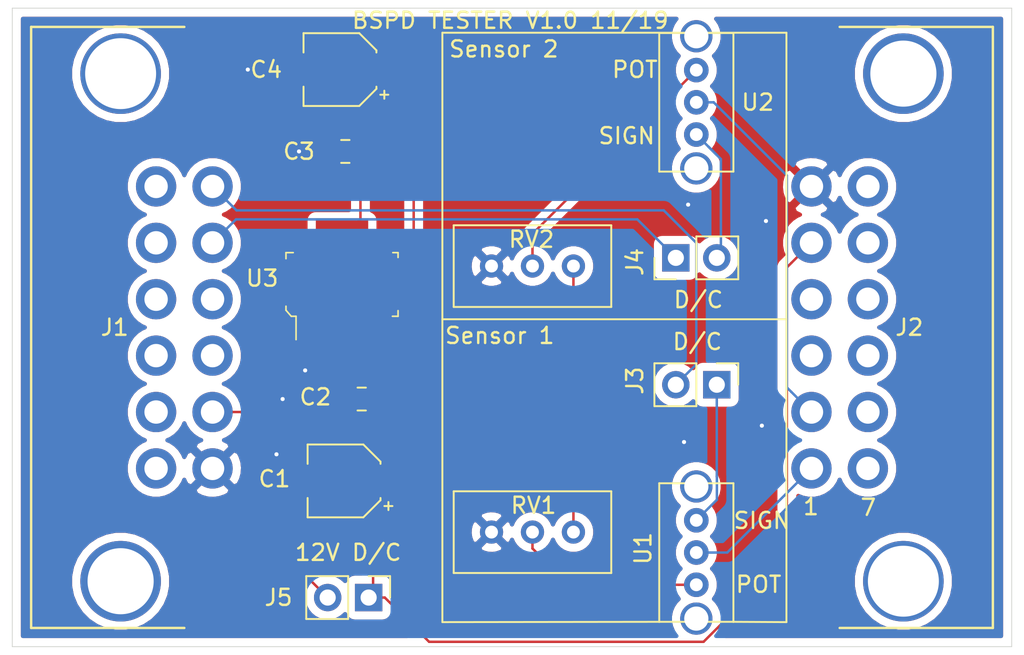
<source format=kicad_pcb>
(kicad_pcb (version 20171130) (host pcbnew "(5.1.4-0-10_14)")

  (general
    (thickness 1.6)
    (drawings 24)
    (tracks 74)
    (zones 0)
    (modules 14)
    (nets 29)
  )

  (page A4)
  (layers
    (0 F.Cu signal)
    (31 B.Cu signal)
    (32 B.Adhes user)
    (33 F.Adhes user)
    (34 B.Paste user)
    (35 F.Paste user)
    (36 B.SilkS user hide)
    (37 F.SilkS user)
    (38 B.Mask user)
    (39 F.Mask user)
    (40 Dwgs.User user)
    (41 Cmts.User user)
    (42 Eco1.User user)
    (43 Eco2.User user)
    (44 Edge.Cuts user)
    (45 Margin user)
    (46 B.CrtYd user)
    (47 F.CrtYd user)
    (48 B.Fab user hide)
    (49 F.Fab user hide)
  )

  (setup
    (last_trace_width 0.1524)
    (trace_clearance 0.2)
    (zone_clearance 0.508)
    (zone_45_only no)
    (trace_min 0.1524)
    (via_size 0.508)
    (via_drill 0.254)
    (via_min_size 0.508)
    (via_min_drill 0.254)
    (uvia_size 0.508)
    (uvia_drill 0.254)
    (uvias_allowed no)
    (uvia_min_size 0.508)
    (uvia_min_drill 0.254)
    (edge_width 0.05)
    (segment_width 0.2)
    (pcb_text_width 0.3)
    (pcb_text_size 1.5 1.5)
    (mod_edge_width 0.12)
    (mod_text_size 1 1)
    (mod_text_width 0.15)
    (pad_size 3.250001 2.15)
    (pad_drill 0)
    (pad_to_mask_clearance 0.0508)
    (solder_mask_min_width 0.1016)
    (aux_axis_origin 0 0)
    (visible_elements 7FFFFFFF)
    (pcbplotparams
      (layerselection 0x010fc_ffffffff)
      (usegerberextensions false)
      (usegerberattributes false)
      (usegerberadvancedattributes false)
      (creategerberjobfile false)
      (excludeedgelayer true)
      (linewidth 0.100000)
      (plotframeref false)
      (viasonmask false)
      (mode 1)
      (useauxorigin false)
      (hpglpennumber 1)
      (hpglpenspeed 20)
      (hpglpendiameter 15.000000)
      (psnegative false)
      (psa4output false)
      (plotreference true)
      (plotvalue true)
      (plotinvisibletext false)
      (padsonsilk false)
      (subtractmaskfromsilk false)
      (outputformat 1)
      (mirror false)
      (drillshape 1)
      (scaleselection 1)
      (outputdirectory ""))
  )

  (net 0 "")
  (net 1 +12V)
  (net 2 +5V)
  (net 3 SENS1)
  (net 4 SENS2)
  (net 5 "Net-(J1-Pad5)")
  (net 6 GND)
  (net 7 PIN1)
  (net 8 PIN2)
  (net 9 "Net-(J3-Pad1)")
  (net 10 "Net-(J4-Pad2)")
  (net 11 "Net-(J1-Pad3)")
  (net 12 "Net-(J1-Pad9)")
  (net 13 "Net-(J1-Pad8)")
  (net 14 "Net-(J1-Pad7)")
  (net 15 "Net-(J1-Pad4)")
  (net 16 "Net-(J1-Pad12)")
  (net 17 "Net-(J1-Pad11)")
  (net 18 "Net-(J1-Pad10)")
  (net 19 "Net-(J2-Pad3)")
  (net 20 "Net-(J2-Pad9)")
  (net 21 "Net-(J2-Pad8)")
  (net 22 "Net-(J2-Pad7)")
  (net 23 "Net-(J2-Pad4)")
  (net 24 "Net-(J2-Pad12)")
  (net 25 "Net-(J2-Pad11)")
  (net 26 "Net-(J2-Pad10)")
  (net 27 "Net-(RV1-Pad2)")
  (net 28 "Net-(RV2-Pad2)")

  (net_class Default "This is the default net class."
    (clearance 0.2)
    (trace_width 0.1524)
    (via_dia 0.508)
    (via_drill 0.254)
    (uvia_dia 0.508)
    (uvia_drill 0.254)
    (add_net +12V)
    (add_net +5V)
    (add_net GND)
    (add_net "Net-(J1-Pad10)")
    (add_net "Net-(J1-Pad11)")
    (add_net "Net-(J1-Pad12)")
    (add_net "Net-(J1-Pad3)")
    (add_net "Net-(J1-Pad4)")
    (add_net "Net-(J1-Pad5)")
    (add_net "Net-(J1-Pad7)")
    (add_net "Net-(J1-Pad8)")
    (add_net "Net-(J1-Pad9)")
    (add_net "Net-(J2-Pad10)")
    (add_net "Net-(J2-Pad11)")
    (add_net "Net-(J2-Pad12)")
    (add_net "Net-(J2-Pad3)")
    (add_net "Net-(J2-Pad4)")
    (add_net "Net-(J2-Pad7)")
    (add_net "Net-(J2-Pad8)")
    (add_net "Net-(J2-Pad9)")
    (add_net "Net-(J3-Pad1)")
    (add_net "Net-(J4-Pad2)")
    (add_net "Net-(RV1-Pad2)")
    (add_net "Net-(RV2-Pad2)")
    (add_net PIN1)
    (add_net PIN2)
    (add_net SENS1)
    (add_net SENS2)
  )

  (module Lukas_Library:MX120G (layer F.Cu) (tedit 5D8EF933) (tstamp 5DCFA57B)
    (at 153.67 93.98 90)
    (path /5DC19241)
    (fp_text reference J1 (at 0 -4.318 180) (layer F.SilkS)
      (effects (font (size 1 1) (thickness 0.15)))
    )
    (fp_text value Conn_02x06_Counter_Clockwise (at 0 -0.5 90) (layer F.Fab)
      (effects (font (size 1 1) (thickness 0.15)))
    )
    (fp_line (start -18.65 -9.5) (end 18.65 -9.5) (layer F.SilkS) (width 0.15))
    (fp_line (start 18.65 0) (end 18.65 -9.5) (layer F.SilkS) (width 0.15))
    (fp_line (start -18.65 0) (end -18.65 -9.5) (layer F.SilkS) (width 0.15))
    (pad 13 thru_hole circle (at 15.75 -3.95 90) (size 5 5) (drill 4.4) (layers *.Cu *.Mask))
    (pad 13 thru_hole circle (at -15.75 -3.95 90) (size 5 5) (drill 4.1) (layers *.Cu *.Mask))
    (pad 1 thru_hole circle (at 8.75 1.75 90) (size 2.5 2.5) (drill 1.45) (layers *.Cu *.Mask)
      (net 3 SENS1))
    (pad 2 thru_hole circle (at 5.25 1.75 90) (size 2.5 2.5) (drill 1.45) (layers *.Cu *.Mask)
      (net 4 SENS2))
    (pad 3 thru_hole circle (at 1.75 1.75 90) (size 2.5 2.5) (drill 1.45) (layers *.Cu *.Mask)
      (net 11 "Net-(J1-Pad3)"))
    (pad 9 thru_hole circle (at 1.75 -1.75 90) (size 2.5 2.5) (drill 1.45) (layers *.Cu *.Mask)
      (net 12 "Net-(J1-Pad9)"))
    (pad 8 thru_hole circle (at 5.25 -1.75 90) (size 2.5 2.5) (drill 1.45) (layers *.Cu *.Mask)
      (net 13 "Net-(J1-Pad8)"))
    (pad 7 thru_hole circle (at 8.75 -1.75 90) (size 2.5 2.5) (drill 1.45) (layers *.Cu *.Mask)
      (net 14 "Net-(J1-Pad7)"))
    (pad 4 thru_hole circle (at -1.75 1.75 90) (size 2.5 2.5) (drill 1.45) (layers *.Cu *.Mask)
      (net 15 "Net-(J1-Pad4)"))
    (pad 5 thru_hole circle (at -5.25 1.75 90) (size 2.5 2.5) (drill 1.45) (layers *.Cu *.Mask)
      (net 5 "Net-(J1-Pad5)"))
    (pad 6 thru_hole circle (at -8.75 1.75 90) (size 2.5 2.5) (drill 1.45) (layers *.Cu *.Mask)
      (net 6 GND))
    (pad 12 thru_hole circle (at -8.75 -1.75 90) (size 2.5 2.5) (drill 1.45) (layers *.Cu *.Mask)
      (net 16 "Net-(J1-Pad12)"))
    (pad 11 thru_hole circle (at -5.25 -1.75 90) (size 2.5 2.5) (drill 1.45) (layers *.Cu *.Mask)
      (net 17 "Net-(J1-Pad11)"))
    (pad 10 thru_hole circle (at -1.75 -1.75 90) (size 2.5 2.5) (drill 1.45) (layers *.Cu *.Mask)
      (net 18 "Net-(J1-Pad10)"))
    (model /Users/lukasvozenilek/Downloads/367831201.stp
      (offset (xyz 1.5 60 14.9))
      (scale (xyz 1 1 1))
      (rotate (xyz 0 180 0))
    )
  )

  (module Lukas_Library:OS102011MS2QN1 (layer F.Cu) (tedit 5DCE2944) (tstamp 5DCF68CD)
    (at 185.42 80.01 90)
    (descr DK#CKN9565-ND)
    (tags "3 pin switch")
    (path /5DD12717)
    (fp_text reference U2 (at 0 3.81 180) (layer F.SilkS)
      (effects (font (size 1 1) (thickness 0.15)))
    )
    (fp_text value 3PoleSwitch (at 0 -3.81 90) (layer F.Fab)
      (effects (font (size 1 1) (thickness 0.15)))
    )
    (fp_line (start -4.3 2.3) (end -4.3 -2.3) (layer F.SilkS) (width 0.12))
    (fp_line (start -4.3 -2.3) (end 4.3 -2.3) (layer F.SilkS) (width 0.12))
    (fp_line (start 4.3 2.3) (end 4.3 -2.3) (layer F.SilkS) (width 0.12))
    (fp_line (start -4.3 2.3) (end 4.3 2.3) (layer F.SilkS) (width 0.12))
    (pad "" thru_hole circle (at -4.1 0 90) (size 2 2) (drill 1.5) (layers *.Cu *.Mask))
    (pad "" thru_hole circle (at 4.1 0 90) (size 2 2) (drill 1.5) (layers *.Cu *.Mask))
    (pad 1 thru_hole circle (at -2 0 90) (size 1.524 1.524) (drill 0.8) (layers *.Cu *.Mask)
      (net 10 "Net-(J4-Pad2)"))
    (pad 3 thru_hole circle (at 2 0 90) (size 1.524 1.524) (drill 0.8) (layers *.Cu *.Mask)
      (net 28 "Net-(RV2-Pad2)"))
    (pad 2 thru_hole circle (at 0 0 90) (size 1.524 1.524) (drill 0.8) (layers *.Cu *.Mask)
      (net 8 PIN2))
  )

  (module Potentiometer_THT:Potentiometer_Bourns_3296W_Vertical (layer F.Cu) (tedit 5A3D4994) (tstamp 5DCBDEF5)
    (at 177.8 90.17)
    (descr "Potentiometer, vertical, Bourns 3296W, https://www.bourns.com/pdfs/3296.pdf")
    (tags "Potentiometer vertical Bourns 3296W")
    (path /5DCC95A8)
    (fp_text reference RV2 (at -2.6035 -1.651) (layer F.SilkS)
      (effects (font (size 1 1) (thickness 0.15)))
    )
    (fp_text value R_POT (at -2.54 3.67) (layer F.Fab)
      (effects (font (size 1 1) (thickness 0.15)))
    )
    (fp_text user %R (at -3.175 0.005) (layer F.Fab)
      (effects (font (size 1 1) (thickness 0.15)))
    )
    (fp_line (start 2.5 -2.7) (end -7.6 -2.7) (layer F.CrtYd) (width 0.05))
    (fp_line (start 2.5 2.7) (end 2.5 -2.7) (layer F.CrtYd) (width 0.05))
    (fp_line (start -7.6 2.7) (end 2.5 2.7) (layer F.CrtYd) (width 0.05))
    (fp_line (start -7.6 -2.7) (end -7.6 2.7) (layer F.CrtYd) (width 0.05))
    (fp_line (start 2.345 -2.53) (end 2.345 2.54) (layer F.SilkS) (width 0.12))
    (fp_line (start -7.425 -2.53) (end -7.425 2.54) (layer F.SilkS) (width 0.12))
    (fp_line (start -7.425 2.54) (end 2.345 2.54) (layer F.SilkS) (width 0.12))
    (fp_line (start -7.425 -2.53) (end 2.345 -2.53) (layer F.SilkS) (width 0.12))
    (fp_line (start 0.955 2.235) (end 0.956 0.066) (layer F.Fab) (width 0.1))
    (fp_line (start 0.955 2.235) (end 0.956 0.066) (layer F.Fab) (width 0.1))
    (fp_line (start 2.225 -2.41) (end -7.305 -2.41) (layer F.Fab) (width 0.1))
    (fp_line (start 2.225 2.42) (end 2.225 -2.41) (layer F.Fab) (width 0.1))
    (fp_line (start -7.305 2.42) (end 2.225 2.42) (layer F.Fab) (width 0.1))
    (fp_line (start -7.305 -2.41) (end -7.305 2.42) (layer F.Fab) (width 0.1))
    (fp_circle (center 0.955 1.15) (end 2.05 1.15) (layer F.Fab) (width 0.1))
    (pad 3 thru_hole circle (at -5.08 0) (size 1.44 1.44) (drill 0.8) (layers *.Cu *.Mask)
      (net 6 GND))
    (pad 2 thru_hole circle (at -2.54 0) (size 1.44 1.44) (drill 0.8) (layers *.Cu *.Mask)
      (net 28 "Net-(RV2-Pad2)"))
    (pad 1 thru_hole circle (at 0 0) (size 1.44 1.44) (drill 0.8) (layers *.Cu *.Mask)
      (net 2 +5V))
    (model ${KISYS3DMOD}/Potentiometer_THT.3dshapes/Potentiometer_Bourns_3296W_Vertical.wrl
      (at (xyz 0 0 0))
      (scale (xyz 1 1 1))
      (rotate (xyz 0 0 0))
    )
  )

  (module Capacitor_SMD:CP_Elec_4x5.4 (layer F.Cu) (tedit 5BCA39CF) (tstamp 5DCBDE53)
    (at 163.576 103.505 180)
    (descr "SMD capacitor, aluminum electrolytic, Panasonic A5 / Nichicon, 4.0x5.4mm")
    (tags "capacitor electrolytic")
    (path /5DCBEEBA)
    (attr smd)
    (fp_text reference C1 (at 4.318 0.127) (layer F.SilkS)
      (effects (font (size 1 1) (thickness 0.15)))
    )
    (fp_text value 10u (at 0 3.2) (layer F.Fab)
      (effects (font (size 1 1) (thickness 0.15)))
    )
    (fp_text user %R (at 0 0) (layer F.Fab)
      (effects (font (size 0.8 0.8) (thickness 0.12)))
    )
    (fp_line (start -3.35 1.05) (end -2.4 1.05) (layer F.CrtYd) (width 0.05))
    (fp_line (start -3.35 -1.05) (end -3.35 1.05) (layer F.CrtYd) (width 0.05))
    (fp_line (start -2.4 -1.05) (end -3.35 -1.05) (layer F.CrtYd) (width 0.05))
    (fp_line (start -2.4 1.05) (end -2.4 1.25) (layer F.CrtYd) (width 0.05))
    (fp_line (start -2.4 -1.25) (end -2.4 -1.05) (layer F.CrtYd) (width 0.05))
    (fp_line (start -2.4 -1.25) (end -1.25 -2.4) (layer F.CrtYd) (width 0.05))
    (fp_line (start -2.4 1.25) (end -1.25 2.4) (layer F.CrtYd) (width 0.05))
    (fp_line (start -1.25 -2.4) (end 2.4 -2.4) (layer F.CrtYd) (width 0.05))
    (fp_line (start -1.25 2.4) (end 2.4 2.4) (layer F.CrtYd) (width 0.05))
    (fp_line (start 2.4 1.05) (end 2.4 2.4) (layer F.CrtYd) (width 0.05))
    (fp_line (start 3.35 1.05) (end 2.4 1.05) (layer F.CrtYd) (width 0.05))
    (fp_line (start 3.35 -1.05) (end 3.35 1.05) (layer F.CrtYd) (width 0.05))
    (fp_line (start 2.4 -1.05) (end 3.35 -1.05) (layer F.CrtYd) (width 0.05))
    (fp_line (start 2.4 -2.4) (end 2.4 -1.05) (layer F.CrtYd) (width 0.05))
    (fp_line (start -2.75 -1.81) (end -2.75 -1.31) (layer F.SilkS) (width 0.12))
    (fp_line (start -3 -1.56) (end -2.5 -1.56) (layer F.SilkS) (width 0.12))
    (fp_line (start -2.26 1.195563) (end -1.195563 2.26) (layer F.SilkS) (width 0.12))
    (fp_line (start -2.26 -1.195563) (end -1.195563 -2.26) (layer F.SilkS) (width 0.12))
    (fp_line (start -2.26 -1.195563) (end -2.26 -1.06) (layer F.SilkS) (width 0.12))
    (fp_line (start -2.26 1.195563) (end -2.26 1.06) (layer F.SilkS) (width 0.12))
    (fp_line (start -1.195563 2.26) (end 2.26 2.26) (layer F.SilkS) (width 0.12))
    (fp_line (start -1.195563 -2.26) (end 2.26 -2.26) (layer F.SilkS) (width 0.12))
    (fp_line (start 2.26 -2.26) (end 2.26 -1.06) (layer F.SilkS) (width 0.12))
    (fp_line (start 2.26 2.26) (end 2.26 1.06) (layer F.SilkS) (width 0.12))
    (fp_line (start -1.374773 -1.2) (end -1.374773 -0.8) (layer F.Fab) (width 0.1))
    (fp_line (start -1.574773 -1) (end -1.174773 -1) (layer F.Fab) (width 0.1))
    (fp_line (start -2.15 1.15) (end -1.15 2.15) (layer F.Fab) (width 0.1))
    (fp_line (start -2.15 -1.15) (end -1.15 -2.15) (layer F.Fab) (width 0.1))
    (fp_line (start -2.15 -1.15) (end -2.15 1.15) (layer F.Fab) (width 0.1))
    (fp_line (start -1.15 2.15) (end 2.15 2.15) (layer F.Fab) (width 0.1))
    (fp_line (start -1.15 -2.15) (end 2.15 -2.15) (layer F.Fab) (width 0.1))
    (fp_line (start 2.15 -2.15) (end 2.15 2.15) (layer F.Fab) (width 0.1))
    (fp_circle (center 0 0) (end 2 0) (layer F.Fab) (width 0.1))
    (pad 2 smd roundrect (at 1.8 0 180) (size 2.6 1.6) (layers F.Cu F.Paste F.Mask) (roundrect_rratio 0.15625)
      (net 6 GND))
    (pad 1 smd roundrect (at -1.8 0 180) (size 2.6 1.6) (layers F.Cu F.Paste F.Mask) (roundrect_rratio 0.15625)
      (net 1 +12V))
    (model ${KISYS3DMOD}/Capacitor_SMD.3dshapes/CP_Elec_4x5.4.wrl
      (at (xyz 0 0 0))
      (scale (xyz 1 1 1))
      (rotate (xyz 0 0 0))
    )
  )

  (module Potentiometer_THT:Potentiometer_Bourns_3296W_Vertical (layer F.Cu) (tedit 5A3D4994) (tstamp 5DCBDEDE)
    (at 177.8 106.68)
    (descr "Potentiometer, vertical, Bourns 3296W, https://www.bourns.com/pdfs/3296.pdf")
    (tags "Potentiometer vertical Bourns 3296W")
    (path /5DCC8E61)
    (fp_text reference RV1 (at -2.4765 -1.651) (layer F.SilkS)
      (effects (font (size 1 1) (thickness 0.15)))
    )
    (fp_text value R_POT (at -2.54 3.67) (layer F.Fab)
      (effects (font (size 1 1) (thickness 0.15)))
    )
    (fp_text user %R (at -3.175 0.005) (layer F.Fab)
      (effects (font (size 1 1) (thickness 0.15)))
    )
    (fp_line (start 2.5 -2.7) (end -7.6 -2.7) (layer F.CrtYd) (width 0.05))
    (fp_line (start 2.5 2.7) (end 2.5 -2.7) (layer F.CrtYd) (width 0.05))
    (fp_line (start -7.6 2.7) (end 2.5 2.7) (layer F.CrtYd) (width 0.05))
    (fp_line (start -7.6 -2.7) (end -7.6 2.7) (layer F.CrtYd) (width 0.05))
    (fp_line (start 2.345 -2.53) (end 2.345 2.54) (layer F.SilkS) (width 0.12))
    (fp_line (start -7.425 -2.53) (end -7.425 2.54) (layer F.SilkS) (width 0.12))
    (fp_line (start -7.425 2.54) (end 2.345 2.54) (layer F.SilkS) (width 0.12))
    (fp_line (start -7.425 -2.53) (end 2.345 -2.53) (layer F.SilkS) (width 0.12))
    (fp_line (start 0.955 2.235) (end 0.956 0.066) (layer F.Fab) (width 0.1))
    (fp_line (start 0.955 2.235) (end 0.956 0.066) (layer F.Fab) (width 0.1))
    (fp_line (start 2.225 -2.41) (end -7.305 -2.41) (layer F.Fab) (width 0.1))
    (fp_line (start 2.225 2.42) (end 2.225 -2.41) (layer F.Fab) (width 0.1))
    (fp_line (start -7.305 2.42) (end 2.225 2.42) (layer F.Fab) (width 0.1))
    (fp_line (start -7.305 -2.41) (end -7.305 2.42) (layer F.Fab) (width 0.1))
    (fp_circle (center 0.955 1.15) (end 2.05 1.15) (layer F.Fab) (width 0.1))
    (pad 3 thru_hole circle (at -5.08 0) (size 1.44 1.44) (drill 0.8) (layers *.Cu *.Mask)
      (net 6 GND))
    (pad 2 thru_hole circle (at -2.54 0) (size 1.44 1.44) (drill 0.8) (layers *.Cu *.Mask)
      (net 27 "Net-(RV1-Pad2)"))
    (pad 1 thru_hole circle (at 0 0) (size 1.44 1.44) (drill 0.8) (layers *.Cu *.Mask)
      (net 2 +5V))
    (model ${KISYS3DMOD}/Potentiometer_THT.3dshapes/Potentiometer_Bourns_3296W_Vertical.wrl
      (at (xyz 0 0 0))
      (scale (xyz 1 1 1))
      (rotate (xyz 0 0 0))
    )
  )

  (module Lukas_Library:OS102011MS2QN1 (layer F.Cu) (tedit 5DCE2944) (tstamp 5DCF68BF)
    (at 185.42 107.95 90)
    (descr DK#CKN9565-ND)
    (tags "3 pin switch")
    (path /5DD108CC)
    (fp_text reference U1 (at 0.254 -3.302 90) (layer F.SilkS)
      (effects (font (size 1 1) (thickness 0.15)))
    )
    (fp_text value 3PoleSwitch (at 0 -3.81 90) (layer F.Fab)
      (effects (font (size 1 1) (thickness 0.15)))
    )
    (fp_line (start -4.3 2.3) (end -4.3 -2.3) (layer F.SilkS) (width 0.12))
    (fp_line (start -4.3 -2.3) (end 4.3 -2.3) (layer F.SilkS) (width 0.12))
    (fp_line (start 4.3 2.3) (end 4.3 -2.3) (layer F.SilkS) (width 0.12))
    (fp_line (start -4.3 2.3) (end 4.3 2.3) (layer F.SilkS) (width 0.12))
    (fp_text user CKN9565-ND (at 0 0 90) (layer F.SilkS) hide
      (effects (font (size 1 1) (thickness 0.15)))
    )
    (pad "" thru_hole circle (at -4.1 0 90) (size 2 2) (drill 1.5) (layers *.Cu *.Mask))
    (pad "" thru_hole circle (at 4.1 0 90) (size 2 2) (drill 1.5) (layers *.Cu *.Mask))
    (pad 1 thru_hole circle (at -2 0 90) (size 1.524 1.524) (drill 0.8) (layers *.Cu *.Mask)
      (net 27 "Net-(RV1-Pad2)"))
    (pad 3 thru_hole circle (at 2 0 90) (size 1.524 1.524) (drill 0.8) (layers *.Cu *.Mask)
      (net 9 "Net-(J3-Pad1)"))
    (pad 2 thru_hole circle (at 0 0 90) (size 1.524 1.524) (drill 0.8) (layers *.Cu *.Mask)
      (net 7 PIN1))
  )

  (module Connector_PinHeader_2.54mm:PinHeader_1x02_P2.54mm_Vertical (layer F.Cu) (tedit 59FED5CC) (tstamp 5DCF6379)
    (at 165.1 110.744 270)
    (descr "Through hole straight pin header, 1x02, 2.54mm pitch, single row")
    (tags "Through hole pin header THT 1x02 2.54mm single row")
    (path /5DCFD047)
    (fp_text reference J5 (at 0 5.588 180) (layer F.SilkS)
      (effects (font (size 1 1) (thickness 0.15)))
    )
    (fp_text value Conn_01x02_Male (at 0 4.87 90) (layer F.Fab)
      (effects (font (size 1 1) (thickness 0.15)))
    )
    (fp_text user %R (at 0 1.27) (layer F.Fab)
      (effects (font (size 1 1) (thickness 0.15)))
    )
    (fp_line (start 1.8 -1.8) (end -1.8 -1.8) (layer F.CrtYd) (width 0.05))
    (fp_line (start 1.8 4.35) (end 1.8 -1.8) (layer F.CrtYd) (width 0.05))
    (fp_line (start -1.8 4.35) (end 1.8 4.35) (layer F.CrtYd) (width 0.05))
    (fp_line (start -1.8 -1.8) (end -1.8 4.35) (layer F.CrtYd) (width 0.05))
    (fp_line (start -1.33 -1.33) (end 0 -1.33) (layer F.SilkS) (width 0.12))
    (fp_line (start -1.33 0) (end -1.33 -1.33) (layer F.SilkS) (width 0.12))
    (fp_line (start -1.33 1.27) (end 1.33 1.27) (layer F.SilkS) (width 0.12))
    (fp_line (start 1.33 1.27) (end 1.33 3.87) (layer F.SilkS) (width 0.12))
    (fp_line (start -1.33 1.27) (end -1.33 3.87) (layer F.SilkS) (width 0.12))
    (fp_line (start -1.33 3.87) (end 1.33 3.87) (layer F.SilkS) (width 0.12))
    (fp_line (start -1.27 -0.635) (end -0.635 -1.27) (layer F.Fab) (width 0.1))
    (fp_line (start -1.27 3.81) (end -1.27 -0.635) (layer F.Fab) (width 0.1))
    (fp_line (start 1.27 3.81) (end -1.27 3.81) (layer F.Fab) (width 0.1))
    (fp_line (start 1.27 -1.27) (end 1.27 3.81) (layer F.Fab) (width 0.1))
    (fp_line (start -0.635 -1.27) (end 1.27 -1.27) (layer F.Fab) (width 0.1))
    (pad 2 thru_hole oval (at 0 2.54 270) (size 1.7 1.7) (drill 1) (layers *.Cu *.Mask)
      (net 5 "Net-(J1-Pad5)"))
    (pad 1 thru_hole rect (at 0 0 270) (size 1.7 1.7) (drill 1) (layers *.Cu *.Mask)
      (net 1 +12V))
    (model ${KISYS3DMOD}/Connector_PinHeader_2.54mm.3dshapes/PinHeader_1x02_P2.54mm_Vertical.wrl
      (at (xyz 0 0 0))
      (scale (xyz 1 1 1))
      (rotate (xyz 0 0 0))
    )
  )

  (module Connector_PinHeader_2.54mm:PinHeader_1x02_P2.54mm_Vertical (layer F.Cu) (tedit 59FED5CC) (tstamp 5DCF516B)
    (at 184.15 89.662 90)
    (descr "Through hole straight pin header, 1x02, 2.54mm pitch, single row")
    (tags "Through hole pin header THT 1x02 2.54mm single row")
    (path /5DCFFC2A)
    (fp_text reference J4 (at -0.254 -2.54 90) (layer F.SilkS)
      (effects (font (size 1 1) (thickness 0.15)))
    )
    (fp_text value Conn_01x02_Male (at 0 4.87 90) (layer F.Fab)
      (effects (font (size 1 1) (thickness 0.15)))
    )
    (fp_text user %R (at 0 1.27) (layer F.Fab)
      (effects (font (size 1 1) (thickness 0.15)))
    )
    (fp_line (start 1.8 -1.8) (end -1.8 -1.8) (layer F.CrtYd) (width 0.05))
    (fp_line (start 1.8 4.35) (end 1.8 -1.8) (layer F.CrtYd) (width 0.05))
    (fp_line (start -1.8 4.35) (end 1.8 4.35) (layer F.CrtYd) (width 0.05))
    (fp_line (start -1.8 -1.8) (end -1.8 4.35) (layer F.CrtYd) (width 0.05))
    (fp_line (start -1.33 -1.33) (end 0 -1.33) (layer F.SilkS) (width 0.12))
    (fp_line (start -1.33 0) (end -1.33 -1.33) (layer F.SilkS) (width 0.12))
    (fp_line (start -1.33 1.27) (end 1.33 1.27) (layer F.SilkS) (width 0.12))
    (fp_line (start 1.33 1.27) (end 1.33 3.87) (layer F.SilkS) (width 0.12))
    (fp_line (start -1.33 1.27) (end -1.33 3.87) (layer F.SilkS) (width 0.12))
    (fp_line (start -1.33 3.87) (end 1.33 3.87) (layer F.SilkS) (width 0.12))
    (fp_line (start -1.27 -0.635) (end -0.635 -1.27) (layer F.Fab) (width 0.1))
    (fp_line (start -1.27 3.81) (end -1.27 -0.635) (layer F.Fab) (width 0.1))
    (fp_line (start 1.27 3.81) (end -1.27 3.81) (layer F.Fab) (width 0.1))
    (fp_line (start 1.27 -1.27) (end 1.27 3.81) (layer F.Fab) (width 0.1))
    (fp_line (start -0.635 -1.27) (end 1.27 -1.27) (layer F.Fab) (width 0.1))
    (pad 2 thru_hole oval (at 0 2.54 90) (size 1.7 1.7) (drill 1) (layers *.Cu *.Mask)
      (net 10 "Net-(J4-Pad2)"))
    (pad 1 thru_hole rect (at 0 0 90) (size 1.7 1.7) (drill 1) (layers *.Cu *.Mask)
      (net 4 SENS2))
    (model ${KISYS3DMOD}/Connector_PinHeader_2.54mm.3dshapes/PinHeader_1x02_P2.54mm_Vertical.wrl
      (at (xyz 0 0 0))
      (scale (xyz 1 1 1))
      (rotate (xyz 0 0 0))
    )
  )

  (module Connector_PinHeader_2.54mm:PinHeader_1x02_P2.54mm_Vertical (layer F.Cu) (tedit 59FED5CC) (tstamp 5DCF72A5)
    (at 186.69 97.536 270)
    (descr "Through hole straight pin header, 1x02, 2.54mm pitch, single row")
    (tags "Through hole pin header THT 1x02 2.54mm single row")
    (path /5DCFF5E5)
    (fp_text reference J3 (at -0.254 5.08 90) (layer F.SilkS)
      (effects (font (size 1 1) (thickness 0.15)))
    )
    (fp_text value Conn_01x02_Male (at 0 4.87 90) (layer F.Fab)
      (effects (font (size 1 1) (thickness 0.15)))
    )
    (fp_text user %R (at 0 1.27) (layer F.Fab)
      (effects (font (size 1 1) (thickness 0.15)))
    )
    (fp_line (start 1.8 -1.8) (end -1.8 -1.8) (layer F.CrtYd) (width 0.05))
    (fp_line (start 1.8 4.35) (end 1.8 -1.8) (layer F.CrtYd) (width 0.05))
    (fp_line (start -1.8 4.35) (end 1.8 4.35) (layer F.CrtYd) (width 0.05))
    (fp_line (start -1.8 -1.8) (end -1.8 4.35) (layer F.CrtYd) (width 0.05))
    (fp_line (start -1.33 -1.33) (end 0 -1.33) (layer F.SilkS) (width 0.12))
    (fp_line (start -1.33 0) (end -1.33 -1.33) (layer F.SilkS) (width 0.12))
    (fp_line (start -1.33 1.27) (end 1.33 1.27) (layer F.SilkS) (width 0.12))
    (fp_line (start 1.33 1.27) (end 1.33 3.87) (layer F.SilkS) (width 0.12))
    (fp_line (start -1.33 1.27) (end -1.33 3.87) (layer F.SilkS) (width 0.12))
    (fp_line (start -1.33 3.87) (end 1.33 3.87) (layer F.SilkS) (width 0.12))
    (fp_line (start -1.27 -0.635) (end -0.635 -1.27) (layer F.Fab) (width 0.1))
    (fp_line (start -1.27 3.81) (end -1.27 -0.635) (layer F.Fab) (width 0.1))
    (fp_line (start 1.27 3.81) (end -1.27 3.81) (layer F.Fab) (width 0.1))
    (fp_line (start 1.27 -1.27) (end 1.27 3.81) (layer F.Fab) (width 0.1))
    (fp_line (start -0.635 -1.27) (end 1.27 -1.27) (layer F.Fab) (width 0.1))
    (pad 2 thru_hole oval (at 0 2.54 270) (size 1.7 1.7) (drill 1) (layers *.Cu *.Mask)
      (net 3 SENS1))
    (pad 1 thru_hole rect (at 0 0 270) (size 1.7 1.7) (drill 1) (layers *.Cu *.Mask)
      (net 9 "Net-(J3-Pad1)"))
    (model ${KISYS3DMOD}/Connector_PinHeader_2.54mm.3dshapes/PinHeader_1x02_P2.54mm_Vertical.wrl
      (at (xyz 0 0 0))
      (scale (xyz 1 1 1))
      (rotate (xyz 0 0 0))
    )
  )

  (module digikey-footprints:SOT-223-4 (layer F.Cu) (tedit 5DD45E92) (tstamp 5DCBDF3D)
    (at 163.449 91.313)
    (path /5DCBBDE6)
    (attr smd)
    (fp_text reference U3 (at -4.953 -0.381) (layer F.SilkS)
      (effects (font (size 1 1) (thickness 0.15)))
    )
    (fp_text value NCP1117-1.5_SOT223 (at 0.075 5.475) (layer F.Fab)
      (effects (font (size 1 1) (thickness 0.15)))
    )
    (fp_line (start -3.35 -1.85) (end 3.35 -1.85) (layer F.Fab) (width 0.1))
    (fp_line (start 3.35 -1.85) (end 3.35 1.85) (layer F.Fab) (width 0.1))
    (fp_text user %R (at 0.1 0.05) (layer F.Fab)
      (effects (font (size 0.75 0.75) (thickness 0.075)))
    )
    (fp_line (start 3.475 -1.975) (end 3.475 -1.675) (layer F.SilkS) (width 0.1))
    (fp_line (start 3.15 -1.975) (end 3.475 -1.975) (layer F.SilkS) (width 0.1))
    (fp_line (start 3.475 1.975) (end 3.125 1.975) (layer F.SilkS) (width 0.1))
    (fp_line (start 3.475 1.625) (end 3.475 1.975) (layer F.SilkS) (width 0.1))
    (fp_line (start -3.475 -1.975) (end -3.475 -1.6) (layer F.SilkS) (width 0.1))
    (fp_line (start -3.025 -1.975) (end -3.475 -1.975) (layer F.SilkS) (width 0.1))
    (fp_line (start -3.35 1.525) (end -3.075 1.85) (layer F.Fab) (width 0.1))
    (fp_line (start -3.35 1.525) (end -3.35 -1.85) (layer F.Fab) (width 0.1))
    (fp_line (start -3.075 1.85) (end 3.35 1.85) (layer F.Fab) (width 0.1))
    (fp_line (start -2.85 1.975) (end -2.85 3.425) (layer F.SilkS) (width 0.1))
    (fp_line (start -3.15 1.975) (end -2.85 1.975) (layer F.SilkS) (width 0.1))
    (fp_line (start -3.475 1.6) (end -3.15 1.975) (layer F.SilkS) (width 0.1))
    (fp_line (start -3.475 1.35) (end -3.475 1.6) (layer F.SilkS) (width 0.1))
    (fp_line (start 3.65 -4.225) (end 3.65 4.225) (layer F.CrtYd) (width 0.1))
    (fp_line (start 3.65 4.225) (end -3.65 4.225) (layer F.CrtYd) (width 0.1))
    (fp_line (start -3.65 4.225) (end -3.65 -4.225) (layer F.CrtYd) (width 0.1))
    (fp_line (start -3.65 -4.225) (end 3.65 -4.225) (layer F.CrtYd) (width 0.1))
    (pad 4 smd rect (at 0 -2.9) (size 3.250001 2.15) (layers F.Cu F.Paste F.Mask)
      (net 2 +5V))
    (pad 1 smd rect (at -2.3 2.9) (size 0.95 2.15) (layers F.Cu F.Paste F.Mask)
      (net 6 GND) (solder_mask_margin 0.07))
    (pad 2 smd rect (at 0 2.9) (size 0.95 2.15) (layers F.Cu F.Paste F.Mask)
      (net 2 +5V) (solder_mask_margin 0.07))
    (pad 3 smd rect (at 2.3 2.9) (size 0.95 2.15) (layers F.Cu F.Paste F.Mask)
      (net 1 +12V) (solder_mask_margin 0.07))
  )

  (module Lukas_Library:MX120G (layer F.Cu) (tedit 5D8EF933) (tstamp 5DCBDEC7)
    (at 194.31 93.98 270)
    (path /5DCB845A)
    (fp_text reference J2 (at 0 -4.318 180) (layer F.SilkS)
      (effects (font (size 1 1) (thickness 0.15)))
    )
    (fp_text value Conn_02x06_Counter_Clockwise (at 0 -0.5 90) (layer F.Fab)
      (effects (font (size 1 1) (thickness 0.15)))
    )
    (fp_line (start -18.65 -9.5) (end 18.65 -9.5) (layer F.SilkS) (width 0.15))
    (fp_line (start 18.65 0) (end 18.65 -9.5) (layer F.SilkS) (width 0.15))
    (fp_line (start -18.65 0) (end -18.65 -9.5) (layer F.SilkS) (width 0.15))
    (pad 13 thru_hole circle (at 15.75 -3.95 270) (size 5 5) (drill 4.4) (layers *.Cu *.Mask))
    (pad 13 thru_hole circle (at -15.75 -3.95 270) (size 5 5) (drill 4.1) (layers *.Cu *.Mask))
    (pad 1 thru_hole circle (at 8.75 1.75 270) (size 2.5 2.5) (drill 1.45) (layers *.Cu *.Mask)
      (net 7 PIN1))
    (pad 2 thru_hole circle (at 5.25 1.75 270) (size 2.5 2.5) (drill 1.45) (layers *.Cu *.Mask)
      (net 8 PIN2))
    (pad 3 thru_hole circle (at 1.75 1.75 270) (size 2.5 2.5) (drill 1.45) (layers *.Cu *.Mask)
      (net 19 "Net-(J2-Pad3)"))
    (pad 9 thru_hole circle (at 1.75 -1.75 270) (size 2.5 2.5) (drill 1.45) (layers *.Cu *.Mask)
      (net 20 "Net-(J2-Pad9)"))
    (pad 8 thru_hole circle (at 5.25 -1.75 270) (size 2.5 2.5) (drill 1.45) (layers *.Cu *.Mask)
      (net 21 "Net-(J2-Pad8)"))
    (pad 7 thru_hole circle (at 8.75 -1.75 270) (size 2.5 2.5) (drill 1.45) (layers *.Cu *.Mask)
      (net 22 "Net-(J2-Pad7)"))
    (pad 4 thru_hole circle (at -1.75 1.75 270) (size 2.5 2.5) (drill 1.45) (layers *.Cu *.Mask)
      (net 23 "Net-(J2-Pad4)"))
    (pad 5 thru_hole circle (at -5.25 1.75 270) (size 2.5 2.5) (drill 1.45) (layers *.Cu *.Mask)
      (net 1 +12V))
    (pad 6 thru_hole circle (at -8.75 1.75 270) (size 2.5 2.5) (drill 1.45) (layers *.Cu *.Mask)
      (net 6 GND))
    (pad 12 thru_hole circle (at -8.75 -1.75 270) (size 2.5 2.5) (drill 1.45) (layers *.Cu *.Mask)
      (net 24 "Net-(J2-Pad12)"))
    (pad 11 thru_hole circle (at -5.25 -1.75 270) (size 2.5 2.5) (drill 1.45) (layers *.Cu *.Mask)
      (net 25 "Net-(J2-Pad11)"))
    (pad 10 thru_hole circle (at -1.75 -1.75 270) (size 2.5 2.5) (drill 1.45) (layers *.Cu *.Mask)
      (net 26 "Net-(J2-Pad10)"))
    (model /Users/lukasvozenilek/Downloads/367831201.stp
      (offset (xyz 1.5 60 14.9))
      (scale (xyz 1 1 1))
      (rotate (xyz 0 180 0))
    )
  )

  (module Capacitor_SMD:CP_Elec_4x5.4 (layer F.Cu) (tedit 5BCA39CF) (tstamp 5DCBDE9D)
    (at 163.322 77.978 180)
    (descr "SMD capacitor, aluminum electrolytic, Panasonic A5 / Nichicon, 4.0x5.4mm")
    (tags "capacitor electrolytic")
    (path /5DCC1234)
    (attr smd)
    (fp_text reference C4 (at 4.572 0) (layer F.SilkS)
      (effects (font (size 1 1) (thickness 0.15)))
    )
    (fp_text value 10u (at 0 3.2) (layer F.Fab)
      (effects (font (size 1 1) (thickness 0.15)))
    )
    (fp_text user %R (at 0 0) (layer F.Fab)
      (effects (font (size 0.8 0.8) (thickness 0.12)))
    )
    (fp_line (start -3.35 1.05) (end -2.4 1.05) (layer F.CrtYd) (width 0.05))
    (fp_line (start -3.35 -1.05) (end -3.35 1.05) (layer F.CrtYd) (width 0.05))
    (fp_line (start -2.4 -1.05) (end -3.35 -1.05) (layer F.CrtYd) (width 0.05))
    (fp_line (start -2.4 1.05) (end -2.4 1.25) (layer F.CrtYd) (width 0.05))
    (fp_line (start -2.4 -1.25) (end -2.4 -1.05) (layer F.CrtYd) (width 0.05))
    (fp_line (start -2.4 -1.25) (end -1.25 -2.4) (layer F.CrtYd) (width 0.05))
    (fp_line (start -2.4 1.25) (end -1.25 2.4) (layer F.CrtYd) (width 0.05))
    (fp_line (start -1.25 -2.4) (end 2.4 -2.4) (layer F.CrtYd) (width 0.05))
    (fp_line (start -1.25 2.4) (end 2.4 2.4) (layer F.CrtYd) (width 0.05))
    (fp_line (start 2.4 1.05) (end 2.4 2.4) (layer F.CrtYd) (width 0.05))
    (fp_line (start 3.35 1.05) (end 2.4 1.05) (layer F.CrtYd) (width 0.05))
    (fp_line (start 3.35 -1.05) (end 3.35 1.05) (layer F.CrtYd) (width 0.05))
    (fp_line (start 2.4 -1.05) (end 3.35 -1.05) (layer F.CrtYd) (width 0.05))
    (fp_line (start 2.4 -2.4) (end 2.4 -1.05) (layer F.CrtYd) (width 0.05))
    (fp_line (start -2.75 -1.81) (end -2.75 -1.31) (layer F.SilkS) (width 0.12))
    (fp_line (start -3 -1.56) (end -2.5 -1.56) (layer F.SilkS) (width 0.12))
    (fp_line (start -2.26 1.195563) (end -1.195563 2.26) (layer F.SilkS) (width 0.12))
    (fp_line (start -2.26 -1.195563) (end -1.195563 -2.26) (layer F.SilkS) (width 0.12))
    (fp_line (start -2.26 -1.195563) (end -2.26 -1.06) (layer F.SilkS) (width 0.12))
    (fp_line (start -2.26 1.195563) (end -2.26 1.06) (layer F.SilkS) (width 0.12))
    (fp_line (start -1.195563 2.26) (end 2.26 2.26) (layer F.SilkS) (width 0.12))
    (fp_line (start -1.195563 -2.26) (end 2.26 -2.26) (layer F.SilkS) (width 0.12))
    (fp_line (start 2.26 -2.26) (end 2.26 -1.06) (layer F.SilkS) (width 0.12))
    (fp_line (start 2.26 2.26) (end 2.26 1.06) (layer F.SilkS) (width 0.12))
    (fp_line (start -1.374773 -1.2) (end -1.374773 -0.8) (layer F.Fab) (width 0.1))
    (fp_line (start -1.574773 -1) (end -1.174773 -1) (layer F.Fab) (width 0.1))
    (fp_line (start -2.15 1.15) (end -1.15 2.15) (layer F.Fab) (width 0.1))
    (fp_line (start -2.15 -1.15) (end -1.15 -2.15) (layer F.Fab) (width 0.1))
    (fp_line (start -2.15 -1.15) (end -2.15 1.15) (layer F.Fab) (width 0.1))
    (fp_line (start -1.15 2.15) (end 2.15 2.15) (layer F.Fab) (width 0.1))
    (fp_line (start -1.15 -2.15) (end 2.15 -2.15) (layer F.Fab) (width 0.1))
    (fp_line (start 2.15 -2.15) (end 2.15 2.15) (layer F.Fab) (width 0.1))
    (fp_circle (center 0 0) (end 2 0) (layer F.Fab) (width 0.1))
    (pad 2 smd roundrect (at 1.8 0 180) (size 2.6 1.6) (layers F.Cu F.Paste F.Mask) (roundrect_rratio 0.15625)
      (net 6 GND))
    (pad 1 smd roundrect (at -1.8 0 180) (size 2.6 1.6) (layers F.Cu F.Paste F.Mask) (roundrect_rratio 0.15625)
      (net 2 +5V))
    (model ${KISYS3DMOD}/Capacitor_SMD.3dshapes/CP_Elec_4x5.4.wrl
      (at (xyz 0 0 0))
      (scale (xyz 1 1 1))
      (rotate (xyz 0 0 0))
    )
  )

  (module Capacitor_SMD:C_0805_2012Metric (layer F.Cu) (tedit 5B36C52B) (tstamp 5DCBDE75)
    (at 163.6545 83.058 180)
    (descr "Capacitor SMD 0805 (2012 Metric), square (rectangular) end terminal, IPC_7351 nominal, (Body size source: https://docs.google.com/spreadsheets/d/1BsfQQcO9C6DZCsRaXUlFlo91Tg2WpOkGARC1WS5S8t0/edit?usp=sharing), generated with kicad-footprint-generator")
    (tags capacitor)
    (path /5DCC0BF2)
    (attr smd)
    (fp_text reference C3 (at 2.8725 0) (layer F.SilkS)
      (effects (font (size 1 1) (thickness 0.15)))
    )
    (fp_text value 10n (at 0 1.65) (layer F.Fab)
      (effects (font (size 1 1) (thickness 0.15)))
    )
    (fp_text user %R (at 0 0) (layer F.Fab)
      (effects (font (size 0.5 0.5) (thickness 0.08)))
    )
    (fp_line (start 1.68 0.95) (end -1.68 0.95) (layer F.CrtYd) (width 0.05))
    (fp_line (start 1.68 -0.95) (end 1.68 0.95) (layer F.CrtYd) (width 0.05))
    (fp_line (start -1.68 -0.95) (end 1.68 -0.95) (layer F.CrtYd) (width 0.05))
    (fp_line (start -1.68 0.95) (end -1.68 -0.95) (layer F.CrtYd) (width 0.05))
    (fp_line (start -0.258578 0.71) (end 0.258578 0.71) (layer F.SilkS) (width 0.12))
    (fp_line (start -0.258578 -0.71) (end 0.258578 -0.71) (layer F.SilkS) (width 0.12))
    (fp_line (start 1 0.6) (end -1 0.6) (layer F.Fab) (width 0.1))
    (fp_line (start 1 -0.6) (end 1 0.6) (layer F.Fab) (width 0.1))
    (fp_line (start -1 -0.6) (end 1 -0.6) (layer F.Fab) (width 0.1))
    (fp_line (start -1 0.6) (end -1 -0.6) (layer F.Fab) (width 0.1))
    (pad 2 smd roundrect (at 0.9375 0 180) (size 0.975 1.4) (layers F.Cu F.Paste F.Mask) (roundrect_rratio 0.25)
      (net 6 GND))
    (pad 1 smd roundrect (at -0.9375 0 180) (size 0.975 1.4) (layers F.Cu F.Paste F.Mask) (roundrect_rratio 0.25)
      (net 2 +5V))
    (model ${KISYS3DMOD}/Capacitor_SMD.3dshapes/C_0805_2012Metric.wrl
      (at (xyz 0 0 0))
      (scale (xyz 1 1 1))
      (rotate (xyz 0 0 0))
    )
  )

  (module Capacitor_SMD:C_0805_2012Metric (layer F.Cu) (tedit 5B36C52B) (tstamp 5DCBDE64)
    (at 164.6705 98.425 180)
    (descr "Capacitor SMD 0805 (2012 Metric), square (rectangular) end terminal, IPC_7351 nominal, (Body size source: https://docs.google.com/spreadsheets/d/1BsfQQcO9C6DZCsRaXUlFlo91Tg2WpOkGARC1WS5S8t0/edit?usp=sharing), generated with kicad-footprint-generator")
    (tags capacitor)
    (path /5DCBE6FE)
    (attr smd)
    (fp_text reference C2 (at 2.8725 0.127) (layer F.SilkS)
      (effects (font (size 1 1) (thickness 0.15)))
    )
    (fp_text value 10n (at 0 1.65) (layer F.Fab)
      (effects (font (size 1 1) (thickness 0.15)))
    )
    (fp_text user %R (at 0 0) (layer F.Fab)
      (effects (font (size 0.5 0.5) (thickness 0.08)))
    )
    (fp_line (start 1.68 0.95) (end -1.68 0.95) (layer F.CrtYd) (width 0.05))
    (fp_line (start 1.68 -0.95) (end 1.68 0.95) (layer F.CrtYd) (width 0.05))
    (fp_line (start -1.68 -0.95) (end 1.68 -0.95) (layer F.CrtYd) (width 0.05))
    (fp_line (start -1.68 0.95) (end -1.68 -0.95) (layer F.CrtYd) (width 0.05))
    (fp_line (start -0.258578 0.71) (end 0.258578 0.71) (layer F.SilkS) (width 0.12))
    (fp_line (start -0.258578 -0.71) (end 0.258578 -0.71) (layer F.SilkS) (width 0.12))
    (fp_line (start 1 0.6) (end -1 0.6) (layer F.Fab) (width 0.1))
    (fp_line (start 1 -0.6) (end 1 0.6) (layer F.Fab) (width 0.1))
    (fp_line (start -1 -0.6) (end 1 -0.6) (layer F.Fab) (width 0.1))
    (fp_line (start -1 0.6) (end -1 -0.6) (layer F.Fab) (width 0.1))
    (pad 2 smd roundrect (at 0.9375 0 180) (size 0.975 1.4) (layers F.Cu F.Paste F.Mask) (roundrect_rratio 0.25)
      (net 6 GND))
    (pad 1 smd roundrect (at -0.9375 0 180) (size 0.975 1.4) (layers F.Cu F.Paste F.Mask) (roundrect_rratio 0.25)
      (net 1 +12V))
    (model ${KISYS3DMOD}/Capacitor_SMD.3dshapes/C_0805_2012Metric.wrl
      (at (xyz 0 0 0))
      (scale (xyz 1 1 1))
      (rotate (xyz 0 0 0))
    )
  )

  (gr_text D/C (at 185.547 92.2655) (layer F.SilkS) (tstamp 5DD82C31)
    (effects (font (size 1 1) (thickness 0.15)))
  )
  (gr_text D/C (at 185.4835 94.869) (layer F.SilkS) (tstamp 5DD82C2E)
    (effects (font (size 1 1) (thickness 0.15)))
  )
  (gr_text "Sensor 1" (at 173.228 94.488) (layer F.SilkS) (tstamp 5DD48790)
    (effects (font (size 1 1) (thickness 0.15)))
  )
  (gr_line (start 191.008 112.268) (end 191.008 93.472) (layer F.SilkS) (width 0.12) (tstamp 5DD48739))
  (gr_line (start 187.72 112.25) (end 191.008 112.268) (layer F.SilkS) (width 0.12))
  (gr_line (start 169.672 112.268) (end 169.672 93.472) (layer F.SilkS) (width 0.12) (tstamp 5DD48726))
  (gr_line (start 183.12 112.25) (end 169.672 112.268) (layer F.SilkS) (width 0.12))
  (gr_text "Sensor 2" (at 173.482 76.708) (layer F.SilkS)
    (effects (font (size 1 1) (thickness 0.15)))
  )
  (gr_line (start 191.008 93.472) (end 169.672 93.472) (layer F.SilkS) (width 0.12) (tstamp 5DD486F6))
  (gr_line (start 191.008 75.692) (end 191.008 93.472) (layer F.SilkS) (width 0.12))
  (gr_line (start 169.672 75.692) (end 191.008 75.692) (layer F.SilkS) (width 0.12))
  (gr_line (start 169.672 93.472) (end 169.672 75.692) (layer F.SilkS) (width 0.12))
  (gr_text SIGN (at 181.102 82.0928) (layer F.SilkS) (tstamp 5DD4869B)
    (effects (font (size 1 1) (thickness 0.15)))
  )
  (gr_text POT (at 181.61 77.978) (layer F.SilkS) (tstamp 5DD4869A)
    (effects (font (size 1 1) (thickness 0.15)))
  )
  (gr_text SIGN (at 189.484 105.9688) (layer F.SilkS) (tstamp 5DD4868F)
    (effects (font (size 1 1) (thickness 0.15)))
  )
  (gr_text POT (at 189.2808 109.9312) (layer F.SilkS)
    (effects (font (size 1 1) (thickness 0.15)))
  )
  (gr_text "12V D/C" (at 163.83 107.95) (layer F.SilkS)
    (effects (font (size 1 1) (thickness 0.15)))
  )
  (gr_text "BSPD TESTER V1.0 11/19" (at 173.8884 74.93) (layer F.SilkS)
    (effects (font (size 1 1) (thickness 0.15)))
  )
  (gr_text 7 (at 196.088 105.156) (layer F.SilkS)
    (effects (font (size 1 1) (thickness 0.15)))
  )
  (gr_text "1\n\n" (at 192.532 105.918) (layer F.SilkS)
    (effects (font (size 1 1) (thickness 0.15)))
  )
  (gr_line (start 204.978 113.792) (end 143.002 113.792) (layer Edge.Cuts) (width 0.05) (tstamp 5DCFA793))
  (gr_line (start 143.002 74.168) (end 204.978 74.168) (layer Edge.Cuts) (width 0.05) (tstamp 5DCFA792))
  (gr_line (start 143.002 74.168) (end 143.002 113.792) (layer Edge.Cuts) (width 0.05))
  (gr_line (start 204.978 113.792) (end 204.978 74.168) (layer Edge.Cuts) (width 0.05))

  (segment (start 191.310001 89.979999) (end 192.56 88.73) (width 0.1524) (layer F.Cu) (net 1))
  (segment (start 191.033799 90.256201) (end 191.310001 89.979999) (width 0.1524) (layer F.Cu) (net 1))
  (segment (start 191.033799 108.324979) (end 191.033799 90.256201) (width 0.1524) (layer F.Cu) (net 1))
  (segment (start 185.867988 113.49079) (end 191.033799 108.324979) (width 0.1524) (layer F.Cu) (net 1))
  (segment (start 168.84919 113.49079) (end 185.867988 113.49079) (width 0.1524) (layer F.Cu) (net 1))
  (segment (start 166.1024 110.744) (end 168.84919 113.49079) (width 0.1524) (layer F.Cu) (net 1))
  (segment (start 165.1 110.744) (end 166.1024 110.744) (width 0.1524) (layer F.Cu) (net 1))
  (segment (start 165.749 98.284) (end 165.608 98.425) (width 0.1524) (layer F.Cu) (net 1))
  (segment (start 165.749 94.213) (end 165.749 98.284) (width 0.1524) (layer F.Cu) (net 1))
  (segment (start 165.608 103.273) (end 165.376 103.505) (width 0.1524) (layer F.Cu) (net 1))
  (segment (start 165.608 98.425) (end 165.608 103.273) (width 0.1524) (layer F.Cu) (net 1))
  (segment (start 165.376 110.468) (end 165.1 110.744) (width 0.1524) (layer F.Cu) (net 1))
  (segment (start 165.376 103.505) (end 165.376 110.468) (width 0.1524) (layer F.Cu) (net 1))
  (segment (start 164.592 87.27) (end 164.592 83.058) (width 0.1524) (layer F.Cu) (net 2))
  (segment (start 163.449 88.413) (end 164.592 87.27) (width 0.1524) (layer F.Cu) (net 2))
  (segment (start 165.1 78) (end 165.122 77.978) (width 0.1524) (layer F.Cu) (net 2))
  (segment (start 164.592 83.058) (end 165.1 82.55) (width 0.1524) (layer F.Cu) (net 2))
  (segment (start 165.1 82.55) (end 165.1 78) (width 0.1524) (layer F.Cu) (net 2))
  (segment (start 163.449 92.9856) (end 163.449 88.413) (width 0.1524) (layer F.Cu) (net 2))
  (segment (start 163.449 94.213) (end 163.449 92.9856) (width 0.1524) (layer F.Cu) (net 2))
  (segment (start 177.8 90.17) (end 177.8 93.218) (width 0.1524) (layer F.Cu) (net 2))
  (segment (start 177.8 93.218) (end 173.99 97.028) (width 0.1524) (layer F.Cu) (net 2))
  (segment (start 165.122 77.978) (end 166.878 77.978) (width 0.1524) (layer F.Cu) (net 2))
  (segment (start 166.878 77.978) (end 167.894 78.994) (width 0.1524) (layer F.Cu) (net 2))
  (segment (start 167.894 95.758) (end 169.164 97.028) (width 0.1524) (layer F.Cu) (net 2))
  (segment (start 167.894 78.994) (end 167.894 95.758) (width 0.1524) (layer F.Cu) (net 2))
  (segment (start 173.99 97.028) (end 169.164 97.028) (width 0.1524) (layer F.Cu) (net 2))
  (segment (start 177.8 100.838) (end 173.99 97.028) (width 0.1524) (layer F.Cu) (net 2))
  (segment (start 177.8 106.68) (end 177.8 100.838) (width 0.1524) (layer F.Cu) (net 2))
  (segment (start 185.42 88.734838) (end 185.42 96.266) (width 0.1524) (layer B.Cu) (net 3))
  (segment (start 183.400762 86.7156) (end 185.42 88.734838) (width 0.1524) (layer B.Cu) (net 3))
  (segment (start 185.42 96.266) (end 184.15 97.536) (width 0.1524) (layer B.Cu) (net 3))
  (segment (start 156.9056 86.7156) (end 183.400762 86.7156) (width 0.1524) (layer B.Cu) (net 3))
  (segment (start 155.42 85.23) (end 156.9056 86.7156) (width 0.1524) (layer B.Cu) (net 3))
  (segment (start 181.7624 87.2744) (end 184.15 89.662) (width 0.1524) (layer B.Cu) (net 4))
  (segment (start 156.8756 87.2744) (end 181.7624 87.2744) (width 0.1524) (layer B.Cu) (net 4))
  (segment (start 155.42 88.73) (end 156.8756 87.2744) (width 0.1524) (layer B.Cu) (net 4))
  (segment (start 157.187766 99.23) (end 158.496 100.538234) (width 0.1524) (layer F.Cu) (net 5))
  (segment (start 155.42 99.23) (end 157.187766 99.23) (width 0.1524) (layer F.Cu) (net 5))
  (segment (start 158.496 106.68) (end 162.56 110.744) (width 0.1524) (layer F.Cu) (net 5))
  (segment (start 158.496 100.538234) (end 158.496 106.68) (width 0.1524) (layer F.Cu) (net 5))
  (via (at 189.738 87.376) (size 0.508) (drill 0.254) (layers F.Cu B.Cu) (net 6))
  (via (at 189.484 100.076) (size 0.508) (drill 0.254) (layers F.Cu B.Cu) (net 6))
  (via (at 184.658 101.092) (size 0.508) (drill 0.254) (layers F.Cu B.Cu) (net 6))
  (via (at 184.912 86.36) (size 0.508) (drill 0.254) (layers F.Cu B.Cu) (net 6))
  (via (at 159.766 98.425) (size 0.508) (drill 0.254) (layers F.Cu B.Cu) (net 6))
  (via (at 161.163 96.647) (size 0.508) (drill 0.254) (layers F.Cu B.Cu) (net 6))
  (via (at 159.385 101.854) (size 0.508) (drill 0.254) (layers F.Cu B.Cu) (net 6) (tstamp 5DD48C22))
  (via (at 160.782 83.058) (size 0.508) (drill 0.254) (layers F.Cu B.Cu) (net 6))
  (via (at 157.607 77.978) (size 0.508) (drill 0.254) (layers F.Cu B.Cu) (net 6))
  (segment (start 187.34 107.95) (end 192.56 102.73) (width 0.1524) (layer B.Cu) (net 7))
  (segment (start 185.42 107.95) (end 187.34 107.95) (width 0.1524) (layer B.Cu) (net 7))
  (segment (start 191.310001 97.980001) (end 192.56 99.23) (width 0.1524) (layer B.Cu) (net 8))
  (segment (start 191.033799 97.703799) (end 191.310001 97.980001) (width 0.1524) (layer B.Cu) (net 8))
  (segment (start 191.033799 84.546169) (end 191.033799 97.703799) (width 0.1524) (layer B.Cu) (net 8))
  (segment (start 186.49763 80.01) (end 191.033799 84.546169) (width 0.1524) (layer B.Cu) (net 8))
  (segment (start 185.42 80.01) (end 186.49763 80.01) (width 0.1524) (layer B.Cu) (net 8))
  (segment (start 186.181999 105.188001) (end 185.42 105.95) (width 0.1524) (layer B.Cu) (net 9))
  (segment (start 186.696201 104.673799) (end 186.181999 105.188001) (width 0.1524) (layer B.Cu) (net 9))
  (segment (start 186.696201 103.237423) (end 186.696201 104.673799) (width 0.1524) (layer B.Cu) (net 9))
  (segment (start 186.69 103.231222) (end 186.696201 103.237423) (width 0.1524) (layer B.Cu) (net 9))
  (segment (start 186.69 97.536) (end 186.69 103.231222) (width 0.1524) (layer B.Cu) (net 9))
  (segment (start 186.696201 83.286201) (end 186.181999 82.771999) (width 0.1524) (layer B.Cu) (net 10))
  (segment (start 186.181999 82.771999) (end 185.42 82.01) (width 0.1524) (layer B.Cu) (net 10))
  (segment (start 186.944 83.534) (end 186.181999 82.771999) (width 0.1524) (layer B.Cu) (net 10))
  (segment (start 186.944 89.408) (end 186.944 83.534) (width 0.1524) (layer B.Cu) (net 10))
  (segment (start 186.69 89.662) (end 186.944 89.408) (width 0.1524) (layer B.Cu) (net 10))
  (segment (start 184.88 109.95) (end 185.42 109.95) (width 0.1524) (layer F.Cu) (net 27))
  (segment (start 184.34237 109.95) (end 185.42 109.95) (width 0.1524) (layer F.Cu) (net 27))
  (segment (start 177.511767 109.95) (end 184.34237 109.95) (width 0.1524) (layer F.Cu) (net 27))
  (segment (start 175.26 107.698233) (end 177.511767 109.95) (width 0.1524) (layer F.Cu) (net 27))
  (segment (start 175.26 106.68) (end 175.26 107.698233) (width 0.1524) (layer F.Cu) (net 27))
  (segment (start 175.26 88.17) (end 185.42 78.01) (width 0.1524) (layer F.Cu) (net 28))
  (segment (start 175.26 90.17) (end 175.26 88.17) (width 0.1524) (layer F.Cu) (net 28))

  (zone (net 6) (net_name GND) (layer F.Cu) (tstamp 5DD462F3) (hatch edge 0.508)
    (connect_pads (clearance 0.508))
    (min_thickness 0.254)
    (fill yes (arc_segments 32) (thermal_gap 0.508) (thermal_bridge_width 0.508))
    (polygon
      (pts
        (xy 142.24 73.66) (xy 205.74 73.66) (xy 205.74 114.3) (xy 142.24 114.3)
      )
    )
    (filled_polygon
      (pts
        (xy 204.318 113.132) (xy 187.232565 113.132) (xy 190.943336 109.421229) (xy 195.125 109.421229) (xy 195.125 110.038771)
        (xy 195.245476 110.644446) (xy 195.481799 111.214979) (xy 195.824886 111.728446) (xy 196.261554 112.165114) (xy 196.775021 112.508201)
        (xy 197.345554 112.744524) (xy 197.951229 112.865) (xy 198.568771 112.865) (xy 199.174446 112.744524) (xy 199.744979 112.508201)
        (xy 200.258446 112.165114) (xy 200.695114 111.728446) (xy 201.038201 111.214979) (xy 201.274524 110.644446) (xy 201.395 110.038771)
        (xy 201.395 109.421229) (xy 201.274524 108.815554) (xy 201.038201 108.245021) (xy 200.695114 107.731554) (xy 200.258446 107.294886)
        (xy 199.744979 106.951799) (xy 199.174446 106.715476) (xy 198.568771 106.595) (xy 197.951229 106.595) (xy 197.345554 106.715476)
        (xy 196.775021 106.951799) (xy 196.261554 107.294886) (xy 195.824886 107.731554) (xy 195.481799 108.245021) (xy 195.245476 108.815554)
        (xy 195.125 109.421229) (xy 190.943336 109.421229) (xy 191.511994 108.852572) (xy 191.539125 108.830306) (xy 191.561392 108.803174)
        (xy 191.561396 108.80317) (xy 191.628001 108.722012) (xy 191.633355 108.711995) (xy 191.694041 108.59846) (xy 191.734708 108.464399)
        (xy 191.744999 108.359915) (xy 191.744999 108.359908) (xy 191.748439 108.324979) (xy 191.744999 108.290051) (xy 191.744999 104.432725)
        (xy 192.010166 104.542561) (xy 192.374344 104.615) (xy 192.745656 104.615) (xy 193.109834 104.542561) (xy 193.452882 104.400466)
        (xy 193.761618 104.194175) (xy 194.024175 103.931618) (xy 194.230466 103.622882) (xy 194.31 103.43087) (xy 194.389534 103.622882)
        (xy 194.595825 103.931618) (xy 194.858382 104.194175) (xy 195.167118 104.400466) (xy 195.510166 104.542561) (xy 195.874344 104.615)
        (xy 196.245656 104.615) (xy 196.609834 104.542561) (xy 196.952882 104.400466) (xy 197.261618 104.194175) (xy 197.524175 103.931618)
        (xy 197.730466 103.622882) (xy 197.872561 103.279834) (xy 197.945 102.915656) (xy 197.945 102.544344) (xy 197.872561 102.180166)
        (xy 197.730466 101.837118) (xy 197.524175 101.528382) (xy 197.261618 101.265825) (xy 196.952882 101.059534) (xy 196.76087 100.98)
        (xy 196.952882 100.900466) (xy 197.261618 100.694175) (xy 197.524175 100.431618) (xy 197.730466 100.122882) (xy 197.872561 99.779834)
        (xy 197.945 99.415656) (xy 197.945 99.044344) (xy 197.872561 98.680166) (xy 197.730466 98.337118) (xy 197.524175 98.028382)
        (xy 197.261618 97.765825) (xy 196.952882 97.559534) (xy 196.76087 97.48) (xy 196.952882 97.400466) (xy 197.261618 97.194175)
        (xy 197.524175 96.931618) (xy 197.730466 96.622882) (xy 197.872561 96.279834) (xy 197.945 95.915656) (xy 197.945 95.544344)
        (xy 197.872561 95.180166) (xy 197.730466 94.837118) (xy 197.524175 94.528382) (xy 197.261618 94.265825) (xy 196.952882 94.059534)
        (xy 196.76087 93.98) (xy 196.952882 93.900466) (xy 197.261618 93.694175) (xy 197.524175 93.431618) (xy 197.730466 93.122882)
        (xy 197.872561 92.779834) (xy 197.945 92.415656) (xy 197.945 92.044344) (xy 197.872561 91.680166) (xy 197.730466 91.337118)
        (xy 197.524175 91.028382) (xy 197.261618 90.765825) (xy 196.952882 90.559534) (xy 196.76087 90.48) (xy 196.952882 90.400466)
        (xy 197.261618 90.194175) (xy 197.524175 89.931618) (xy 197.730466 89.622882) (xy 197.872561 89.279834) (xy 197.945 88.915656)
        (xy 197.945 88.544344) (xy 197.872561 88.180166) (xy 197.730466 87.837118) (xy 197.524175 87.528382) (xy 197.261618 87.265825)
        (xy 196.952882 87.059534) (xy 196.76087 86.98) (xy 196.952882 86.900466) (xy 197.261618 86.694175) (xy 197.524175 86.431618)
        (xy 197.730466 86.122882) (xy 197.872561 85.779834) (xy 197.945 85.415656) (xy 197.945 85.044344) (xy 197.872561 84.680166)
        (xy 197.730466 84.337118) (xy 197.524175 84.028382) (xy 197.261618 83.765825) (xy 196.952882 83.559534) (xy 196.609834 83.417439)
        (xy 196.245656 83.345) (xy 195.874344 83.345) (xy 195.510166 83.417439) (xy 195.167118 83.559534) (xy 194.858382 83.765825)
        (xy 194.595825 84.028382) (xy 194.389534 84.337118) (xy 194.311812 84.524756) (xy 194.289094 84.456738) (xy 194.163577 84.221914)
        (xy 193.873605 84.096) (xy 192.739605 85.23) (xy 193.873605 86.364) (xy 194.163577 86.238086) (xy 194.313153 85.938482)
        (xy 194.389534 86.122882) (xy 194.595825 86.431618) (xy 194.858382 86.694175) (xy 195.167118 86.900466) (xy 195.35913 86.98)
        (xy 195.167118 87.059534) (xy 194.858382 87.265825) (xy 194.595825 87.528382) (xy 194.389534 87.837118) (xy 194.31 88.02913)
        (xy 194.230466 87.837118) (xy 194.024175 87.528382) (xy 193.761618 87.265825) (xy 193.452882 87.059534) (xy 193.265244 86.981812)
        (xy 193.333262 86.959094) (xy 193.568086 86.833577) (xy 193.694 86.543605) (xy 192.56 85.409605) (xy 191.426 86.543605)
        (xy 191.551914 86.833577) (xy 191.851518 86.983153) (xy 191.667118 87.059534) (xy 191.358382 87.265825) (xy 191.095825 87.528382)
        (xy 190.889534 87.837118) (xy 190.747439 88.180166) (xy 190.675 88.544344) (xy 190.675 88.915656) (xy 190.747439 89.279834)
        (xy 190.822695 89.461517) (xy 190.555608 89.728604) (xy 190.528473 89.750874) (xy 190.506203 89.77801) (xy 190.506202 89.778011)
        (xy 190.439597 89.859169) (xy 190.373558 89.98272) (xy 190.332891 90.116782) (xy 190.319159 90.256201) (xy 190.3226 90.291137)
        (xy 190.322599 108.030391) (xy 186.929997 111.422994) (xy 186.868918 111.275537) (xy 186.689987 111.007748) (xy 186.512191 110.829952)
        (xy 186.658005 110.611727) (xy 186.763314 110.35749) (xy 186.817 110.087592) (xy 186.817 109.812408) (xy 186.763314 109.54251)
        (xy 186.658005 109.288273) (xy 186.50512 109.059465) (xy 186.395655 108.95) (xy 186.50512 108.840535) (xy 186.658005 108.611727)
        (xy 186.763314 108.35749) (xy 186.817 108.087592) (xy 186.817 107.812408) (xy 186.763314 107.54251) (xy 186.658005 107.288273)
        (xy 186.50512 107.059465) (xy 186.395655 106.95) (xy 186.50512 106.840535) (xy 186.658005 106.611727) (xy 186.763314 106.35749)
        (xy 186.817 106.087592) (xy 186.817 105.812408) (xy 186.763314 105.54251) (xy 186.658005 105.288273) (xy 186.512191 105.070048)
        (xy 186.689987 104.892252) (xy 186.868918 104.624463) (xy 186.992168 104.326912) (xy 187.055 104.011033) (xy 187.055 103.688967)
        (xy 186.992168 103.373088) (xy 186.868918 103.075537) (xy 186.689987 102.807748) (xy 186.462252 102.580013) (xy 186.194463 102.401082)
        (xy 185.896912 102.277832) (xy 185.581033 102.215) (xy 185.258967 102.215) (xy 184.943088 102.277832) (xy 184.645537 102.401082)
        (xy 184.377748 102.580013) (xy 184.150013 102.807748) (xy 183.971082 103.075537) (xy 183.847832 103.373088) (xy 183.785 103.688967)
        (xy 183.785 104.011033) (xy 183.847832 104.326912) (xy 183.971082 104.624463) (xy 184.150013 104.892252) (xy 184.327809 105.070048)
        (xy 184.181995 105.288273) (xy 184.076686 105.54251) (xy 184.023 105.812408) (xy 184.023 106.087592) (xy 184.076686 106.35749)
        (xy 184.181995 106.611727) (xy 184.33488 106.840535) (xy 184.444345 106.95) (xy 184.33488 107.059465) (xy 184.181995 107.288273)
        (xy 184.076686 107.54251) (xy 184.023 107.812408) (xy 184.023 108.087592) (xy 184.076686 108.35749) (xy 184.181995 108.611727)
        (xy 184.33488 108.840535) (xy 184.444345 108.95) (xy 184.33488 109.059465) (xy 184.215052 109.2388) (xy 177.806356 109.2388)
        (xy 176.211907 107.644352) (xy 176.312497 107.543762) (xy 176.460785 107.321833) (xy 176.53 107.154734) (xy 176.599215 107.321833)
        (xy 176.747503 107.543762) (xy 176.936238 107.732497) (xy 177.158167 107.880785) (xy 177.404761 107.982928) (xy 177.666544 108.035)
        (xy 177.933456 108.035) (xy 178.195239 107.982928) (xy 178.441833 107.880785) (xy 178.663762 107.732497) (xy 178.852497 107.543762)
        (xy 179.000785 107.321833) (xy 179.102928 107.075239) (xy 179.155 106.813456) (xy 179.155 106.546544) (xy 179.102928 106.284761)
        (xy 179.000785 106.038167) (xy 178.852497 105.816238) (xy 178.663762 105.627503) (xy 178.5112 105.525564) (xy 178.5112 100.872928)
        (xy 178.51464 100.838) (xy 178.5112 100.803071) (xy 178.5112 100.803064) (xy 178.500909 100.69858) (xy 178.460242 100.564519)
        (xy 178.460242 100.564518) (xy 178.394202 100.440967) (xy 178.327598 100.359809) (xy 178.327593 100.359804) (xy 178.305327 100.332673)
        (xy 178.278196 100.310407) (xy 175.503788 97.536) (xy 182.657815 97.536) (xy 182.686487 97.827111) (xy 182.771401 98.107034)
        (xy 182.909294 98.365014) (xy 183.094866 98.591134) (xy 183.320986 98.776706) (xy 183.578966 98.914599) (xy 183.858889 98.999513)
        (xy 184.07705 99.021) (xy 184.22295 99.021) (xy 184.441111 98.999513) (xy 184.721034 98.914599) (xy 184.979014 98.776706)
        (xy 185.205134 98.591134) (xy 185.229607 98.561313) (xy 185.250498 98.63018) (xy 185.309463 98.740494) (xy 185.388815 98.837185)
        (xy 185.485506 98.916537) (xy 185.59582 98.975502) (xy 185.715518 99.011812) (xy 185.84 99.024072) (xy 187.54 99.024072)
        (xy 187.664482 99.011812) (xy 187.78418 98.975502) (xy 187.894494 98.916537) (xy 187.991185 98.837185) (xy 188.070537 98.740494)
        (xy 188.129502 98.63018) (xy 188.165812 98.510482) (xy 188.178072 98.386) (xy 188.178072 96.686) (xy 188.165812 96.561518)
        (xy 188.129502 96.44182) (xy 188.070537 96.331506) (xy 187.991185 96.234815) (xy 187.894494 96.155463) (xy 187.78418 96.096498)
        (xy 187.664482 96.060188) (xy 187.54 96.047928) (xy 185.84 96.047928) (xy 185.715518 96.060188) (xy 185.59582 96.096498)
        (xy 185.485506 96.155463) (xy 185.388815 96.234815) (xy 185.309463 96.331506) (xy 185.250498 96.44182) (xy 185.229607 96.510687)
        (xy 185.205134 96.480866) (xy 184.979014 96.295294) (xy 184.721034 96.157401) (xy 184.441111 96.072487) (xy 184.22295 96.051)
        (xy 184.07705 96.051) (xy 183.858889 96.072487) (xy 183.578966 96.157401) (xy 183.320986 96.295294) (xy 183.094866 96.480866)
        (xy 182.909294 96.706986) (xy 182.771401 96.964966) (xy 182.686487 97.244889) (xy 182.657815 97.536) (xy 175.503788 97.536)
        (xy 174.995787 97.028) (xy 178.278196 93.745593) (xy 178.305327 93.723327) (xy 178.327593 93.696196) (xy 178.327598 93.696191)
        (xy 178.394202 93.615033) (xy 178.460242 93.491482) (xy 178.500909 93.35742) (xy 178.5112 93.252936) (xy 178.5112 93.252929)
        (xy 178.51464 93.218) (xy 178.5112 93.183072) (xy 178.5112 91.324436) (xy 178.663762 91.222497) (xy 178.852497 91.033762)
        (xy 179.000785 90.811833) (xy 179.102928 90.565239) (xy 179.155 90.303456) (xy 179.155 90.036544) (xy 179.102928 89.774761)
        (xy 179.000785 89.528167) (xy 178.852497 89.306238) (xy 178.663762 89.117503) (xy 178.441833 88.969215) (xy 178.195239 88.867072)
        (xy 177.933456 88.815) (xy 177.666544 88.815) (xy 177.404761 88.867072) (xy 177.158167 88.969215) (xy 176.936238 89.117503)
        (xy 176.747503 89.306238) (xy 176.599215 89.528167) (xy 176.53 89.695266) (xy 176.460785 89.528167) (xy 176.312497 89.306238)
        (xy 176.123762 89.117503) (xy 175.9712 89.015564) (xy 175.9712 88.812) (xy 182.661928 88.812) (xy 182.661928 90.512)
        (xy 182.674188 90.636482) (xy 182.710498 90.75618) (xy 182.769463 90.866494) (xy 182.848815 90.963185) (xy 182.945506 91.042537)
        (xy 183.05582 91.101502) (xy 183.175518 91.137812) (xy 183.3 91.150072) (xy 185 91.150072) (xy 185.124482 91.137812)
        (xy 185.24418 91.101502) (xy 185.354494 91.042537) (xy 185.451185 90.963185) (xy 185.530537 90.866494) (xy 185.589502 90.75618)
        (xy 185.610393 90.687313) (xy 185.634866 90.717134) (xy 185.860986 90.902706) (xy 186.118966 91.040599) (xy 186.398889 91.125513)
        (xy 186.61705 91.147) (xy 186.76295 91.147) (xy 186.981111 91.125513) (xy 187.261034 91.040599) (xy 187.519014 90.902706)
        (xy 187.745134 90.717134) (xy 187.930706 90.491014) (xy 188.068599 90.233034) (xy 188.153513 89.953111) (xy 188.182185 89.662)
        (xy 188.153513 89.370889) (xy 188.068599 89.090966) (xy 187.930706 88.832986) (xy 187.745134 88.606866) (xy 187.519014 88.421294)
        (xy 187.261034 88.283401) (xy 186.981111 88.198487) (xy 186.76295 88.177) (xy 186.61705 88.177) (xy 186.398889 88.198487)
        (xy 186.118966 88.283401) (xy 185.860986 88.421294) (xy 185.634866 88.606866) (xy 185.610393 88.636687) (xy 185.589502 88.56782)
        (xy 185.530537 88.457506) (xy 185.451185 88.360815) (xy 185.354494 88.281463) (xy 185.24418 88.222498) (xy 185.124482 88.186188)
        (xy 185 88.173928) (xy 183.3 88.173928) (xy 183.175518 88.186188) (xy 183.05582 88.222498) (xy 182.945506 88.281463)
        (xy 182.848815 88.360815) (xy 182.769463 88.457506) (xy 182.710498 88.56782) (xy 182.674188 88.687518) (xy 182.661928 88.812)
        (xy 175.9712 88.812) (xy 175.9712 88.464587) (xy 184.066999 80.368789) (xy 184.076686 80.41749) (xy 184.181995 80.671727)
        (xy 184.33488 80.900535) (xy 184.444345 81.01) (xy 184.33488 81.119465) (xy 184.181995 81.348273) (xy 184.076686 81.60251)
        (xy 184.023 81.872408) (xy 184.023 82.147592) (xy 184.076686 82.41749) (xy 184.181995 82.671727) (xy 184.327809 82.889952)
        (xy 184.150013 83.067748) (xy 183.971082 83.335537) (xy 183.847832 83.633088) (xy 183.785 83.948967) (xy 183.785 84.271033)
        (xy 183.847832 84.586912) (xy 183.971082 84.884463) (xy 184.150013 85.152252) (xy 184.377748 85.379987) (xy 184.645537 85.558918)
        (xy 184.943088 85.682168) (xy 185.258967 85.745) (xy 185.581033 85.745) (xy 185.896912 85.682168) (xy 186.194463 85.558918)
        (xy 186.462252 85.379987) (xy 186.559533 85.282706) (xy 190.666611 85.282706) (xy 190.713275 85.651075) (xy 190.830906 86.003262)
        (xy 190.956423 86.238086) (xy 191.246395 86.364) (xy 192.380395 85.23) (xy 191.246395 84.096) (xy 190.956423 84.221914)
        (xy 190.790567 84.554126) (xy 190.69271 84.912312) (xy 190.666611 85.282706) (xy 186.559533 85.282706) (xy 186.689987 85.152252)
        (xy 186.868918 84.884463) (xy 186.992168 84.586912) (xy 187.055 84.271033) (xy 187.055 83.948967) (xy 187.048522 83.916395)
        (xy 191.426 83.916395) (xy 192.56 85.050395) (xy 193.694 83.916395) (xy 193.568086 83.626423) (xy 193.235874 83.460567)
        (xy 192.877688 83.36271) (xy 192.507294 83.336611) (xy 192.138925 83.383275) (xy 191.786738 83.500906) (xy 191.551914 83.626423)
        (xy 191.426 83.916395) (xy 187.048522 83.916395) (xy 186.992168 83.633088) (xy 186.868918 83.335537) (xy 186.689987 83.067748)
        (xy 186.512191 82.889952) (xy 186.658005 82.671727) (xy 186.763314 82.41749) (xy 186.817 82.147592) (xy 186.817 81.872408)
        (xy 186.763314 81.60251) (xy 186.658005 81.348273) (xy 186.50512 81.119465) (xy 186.395655 81.01) (xy 186.50512 80.900535)
        (xy 186.658005 80.671727) (xy 186.763314 80.41749) (xy 186.817 80.147592) (xy 186.817 79.872408) (xy 186.763314 79.60251)
        (xy 186.658005 79.348273) (xy 186.50512 79.119465) (xy 186.395655 79.01) (xy 186.50512 78.900535) (xy 186.658005 78.671727)
        (xy 186.763314 78.41749) (xy 186.817 78.147592) (xy 186.817 77.921229) (xy 195.125 77.921229) (xy 195.125 78.538771)
        (xy 195.245476 79.144446) (xy 195.481799 79.714979) (xy 195.824886 80.228446) (xy 196.261554 80.665114) (xy 196.775021 81.008201)
        (xy 197.345554 81.244524) (xy 197.951229 81.365) (xy 198.568771 81.365) (xy 199.174446 81.244524) (xy 199.744979 81.008201)
        (xy 200.258446 80.665114) (xy 200.695114 80.228446) (xy 201.038201 79.714979) (xy 201.274524 79.144446) (xy 201.395 78.538771)
        (xy 201.395 77.921229) (xy 201.274524 77.315554) (xy 201.038201 76.745021) (xy 200.695114 76.231554) (xy 200.258446 75.794886)
        (xy 199.744979 75.451799) (xy 199.174446 75.215476) (xy 198.568771 75.095) (xy 197.951229 75.095) (xy 197.345554 75.215476)
        (xy 196.775021 75.451799) (xy 196.261554 75.794886) (xy 195.824886 76.231554) (xy 195.481799 76.745021) (xy 195.245476 77.315554)
        (xy 195.125 77.921229) (xy 186.817 77.921229) (xy 186.817 77.872408) (xy 186.763314 77.60251) (xy 186.658005 77.348273)
        (xy 186.512191 77.130048) (xy 186.689987 76.952252) (xy 186.868918 76.684463) (xy 186.992168 76.386912) (xy 187.055 76.071033)
        (xy 187.055 75.748967) (xy 186.992168 75.433088) (xy 186.868918 75.135537) (xy 186.689987 74.867748) (xy 186.650239 74.828)
        (xy 204.318001 74.828)
      )
    )
    (filled_polygon
      (pts
        (xy 184.150013 74.867748) (xy 183.971082 75.135537) (xy 183.847832 75.433088) (xy 183.785 75.748967) (xy 183.785 76.071033)
        (xy 183.847832 76.386912) (xy 183.971082 76.684463) (xy 184.150013 76.952252) (xy 184.327809 77.130048) (xy 184.181995 77.348273)
        (xy 184.076686 77.60251) (xy 184.023 77.872408) (xy 184.023 78.147592) (xy 184.065078 78.359134) (xy 174.78181 87.642403)
        (xy 174.754674 87.664673) (xy 174.732404 87.691809) (xy 174.732403 87.69181) (xy 174.665798 87.772968) (xy 174.617033 87.864202)
        (xy 174.599759 87.896519) (xy 174.573028 87.984641) (xy 174.559092 88.030581) (xy 174.54536 88.17) (xy 174.548801 88.204936)
        (xy 174.548801 89.015564) (xy 174.396238 89.117503) (xy 174.207503 89.306238) (xy 174.059215 89.528167) (xy 173.989562 89.696324)
        (xy 173.947875 89.581647) (xy 173.891368 89.475932) (xy 173.65556 89.414045) (xy 172.899605 90.17) (xy 173.65556 90.925955)
        (xy 173.891368 90.864068) (xy 173.991764 90.648993) (xy 174.059215 90.811833) (xy 174.207503 91.033762) (xy 174.396238 91.222497)
        (xy 174.618167 91.370785) (xy 174.864761 91.472928) (xy 175.126544 91.525) (xy 175.393456 91.525) (xy 175.655239 91.472928)
        (xy 175.901833 91.370785) (xy 176.123762 91.222497) (xy 176.312497 91.033762) (xy 176.460785 90.811833) (xy 176.53 90.644734)
        (xy 176.599215 90.811833) (xy 176.747503 91.033762) (xy 176.936238 91.222497) (xy 177.0888 91.324436) (xy 177.088801 92.92341)
        (xy 173.695413 96.3168) (xy 169.458589 96.3168) (xy 168.6052 95.463413) (xy 168.6052 91.10556) (xy 171.964045 91.10556)
        (xy 172.025932 91.341368) (xy 172.26779 91.454266) (xy 172.527027 91.517811) (xy 172.79368 91.529561) (xy 173.057501 91.489063)
        (xy 173.308353 91.397875) (xy 173.414068 91.341368) (xy 173.475955 91.10556) (xy 172.72 90.349605) (xy 171.964045 91.10556)
        (xy 168.6052 91.10556) (xy 168.6052 90.24368) (xy 171.360439 90.24368) (xy 171.400937 90.507501) (xy 171.492125 90.758353)
        (xy 171.548632 90.864068) (xy 171.78444 90.925955) (xy 172.540395 90.17) (xy 171.78444 89.414045) (xy 171.548632 89.475932)
        (xy 171.435734 89.71779) (xy 171.372189 89.977027) (xy 171.360439 90.24368) (xy 168.6052 90.24368) (xy 168.6052 89.23444)
        (xy 171.964045 89.23444) (xy 172.72 89.990395) (xy 173.475955 89.23444) (xy 173.414068 88.998632) (xy 173.17221 88.885734)
        (xy 172.912973 88.822189) (xy 172.64632 88.810439) (xy 172.382499 88.850937) (xy 172.131647 88.942125) (xy 172.025932 88.998632)
        (xy 171.964045 89.23444) (xy 168.6052 89.23444) (xy 168.6052 79.028928) (xy 168.60864 78.994) (xy 168.6052 78.959071)
        (xy 168.6052 78.959064) (xy 168.594909 78.85458) (xy 168.554242 78.720519) (xy 168.488202 78.596967) (xy 168.467878 78.572202)
        (xy 168.421597 78.515809) (xy 168.421593 78.515805) (xy 168.399326 78.488673) (xy 168.372195 78.466407) (xy 167.405602 77.499815)
        (xy 167.383327 77.472673) (xy 167.275033 77.383798) (xy 167.151481 77.317758) (xy 167.046065 77.28578) (xy 167.043008 77.254746)
        (xy 166.992472 77.08815) (xy 166.910405 76.934614) (xy 166.799962 76.800038) (xy 166.665386 76.689595) (xy 166.51185 76.607528)
        (xy 166.345254 76.556992) (xy 166.172 76.539928) (xy 164.072 76.539928) (xy 163.898746 76.556992) (xy 163.73215 76.607528)
        (xy 163.578614 76.689595) (xy 163.444038 76.800038) (xy 163.381031 76.876813) (xy 163.352537 76.823506) (xy 163.273185 76.726815)
        (xy 163.176494 76.647463) (xy 163.06618 76.588498) (xy 162.946482 76.552188) (xy 162.822 76.539928) (xy 161.80775 76.543)
        (xy 161.649 76.70175) (xy 161.649 77.851) (xy 161.669 77.851) (xy 161.669 78.105) (xy 161.649 78.105)
        (xy 161.649 79.25425) (xy 161.80775 79.413) (xy 162.822 79.416072) (xy 162.946482 79.403812) (xy 163.06618 79.367502)
        (xy 163.176494 79.308537) (xy 163.273185 79.229185) (xy 163.352537 79.132494) (xy 163.381031 79.079187) (xy 163.444038 79.155962)
        (xy 163.578614 79.266405) (xy 163.73215 79.348472) (xy 163.898746 79.399008) (xy 164.072 79.416072) (xy 164.388801 79.416072)
        (xy 164.3888 81.719928) (xy 164.34825 81.719928) (xy 164.176215 81.736872) (xy 164.010791 81.787053) (xy 163.858336 81.868542)
        (xy 163.724708 81.978208) (xy 163.719492 81.984564) (xy 163.655685 81.906815) (xy 163.558994 81.827463) (xy 163.44868 81.768498)
        (xy 163.328982 81.732188) (xy 163.2045 81.719928) (xy 163.00275 81.723) (xy 162.844 81.88175) (xy 162.844 82.931)
        (xy 162.864 82.931) (xy 162.864 83.185) (xy 162.844 83.185) (xy 162.844 84.23425) (xy 163.00275 84.393)
        (xy 163.2045 84.396072) (xy 163.328982 84.383812) (xy 163.44868 84.347502) (xy 163.558994 84.288537) (xy 163.655685 84.209185)
        (xy 163.719492 84.131436) (xy 163.724708 84.137792) (xy 163.858336 84.247458) (xy 163.880801 84.259466) (xy 163.8808 86.699928)
        (xy 161.824 86.699928) (xy 161.699518 86.712188) (xy 161.57982 86.748498) (xy 161.469506 86.807463) (xy 161.372815 86.886815)
        (xy 161.293463 86.983506) (xy 161.234498 87.09382) (xy 161.198188 87.213518) (xy 161.185928 87.338) (xy 161.185928 89.488)
        (xy 161.198188 89.612482) (xy 161.234498 89.73218) (xy 161.293463 89.842494) (xy 161.372815 89.939185) (xy 161.469506 90.018537)
        (xy 161.57982 90.077502) (xy 161.699518 90.113812) (xy 161.824 90.126072) (xy 162.737801 90.126072) (xy 162.7378 92.546077)
        (xy 162.72982 92.548498) (xy 162.619506 92.607463) (xy 162.522815 92.686815) (xy 162.443463 92.783506) (xy 162.384498 92.89382)
        (xy 162.348188 93.013518) (xy 162.335928 93.138) (xy 162.335928 95.288) (xy 162.348188 95.412482) (xy 162.384498 95.53218)
        (xy 162.443463 95.642494) (xy 162.522815 95.739185) (xy 162.619506 95.818537) (xy 162.72982 95.877502) (xy 162.849518 95.913812)
        (xy 162.974 95.926072) (xy 163.924 95.926072) (xy 164.048482 95.913812) (xy 164.16818 95.877502) (xy 164.278494 95.818537)
        (xy 164.375185 95.739185) (xy 164.454537 95.642494) (xy 164.513502 95.53218) (xy 164.549812 95.412482) (xy 164.562072 95.288)
        (xy 164.562072 93.138) (xy 164.549812 93.013518) (xy 164.513502 92.89382) (xy 164.454537 92.783506) (xy 164.375185 92.686815)
        (xy 164.278494 92.607463) (xy 164.16818 92.548498) (xy 164.1602 92.546077) (xy 164.1602 90.126072) (xy 165.074 90.126072)
        (xy 165.198482 90.113812) (xy 165.31818 90.077502) (xy 165.428494 90.018537) (xy 165.525185 89.939185) (xy 165.604537 89.842494)
        (xy 165.663502 89.73218) (xy 165.699812 89.612482) (xy 165.712072 89.488) (xy 165.712072 87.338) (xy 165.699812 87.213518)
        (xy 165.663502 87.09382) (xy 165.604537 86.983506) (xy 165.525185 86.886815) (xy 165.428494 86.807463) (xy 165.31818 86.748498)
        (xy 165.3032 86.743954) (xy 165.3032 84.259465) (xy 165.325664 84.247458) (xy 165.459292 84.137792) (xy 165.568958 84.004164)
        (xy 165.650447 83.851709) (xy 165.700628 83.686285) (xy 165.717572 83.51425) (xy 165.717572 82.903311) (xy 165.760242 82.823481)
        (xy 165.800909 82.68942) (xy 165.8112 82.584936) (xy 165.8112 82.584919) (xy 165.814639 82.550001) (xy 165.8112 82.515083)
        (xy 165.8112 79.416072) (xy 166.172 79.416072) (xy 166.345254 79.399008) (xy 166.51185 79.348472) (xy 166.665386 79.266405)
        (xy 166.799962 79.155962) (xy 166.910405 79.021386) (xy 166.912214 79.018002) (xy 167.1828 79.288588) (xy 167.182801 95.723064)
        (xy 167.17936 95.758) (xy 167.182801 95.792936) (xy 167.193092 95.89742) (xy 167.233759 96.031481) (xy 167.299799 96.155033)
        (xy 167.388674 96.263327) (xy 167.41581 96.285597) (xy 168.636407 97.506196) (xy 168.658673 97.533327) (xy 168.685804 97.555593)
        (xy 168.685808 97.555597) (xy 168.740545 97.600518) (xy 168.766967 97.622202) (xy 168.890519 97.688242) (xy 169.02458 97.728909)
        (xy 169.129064 97.7392) (xy 169.129073 97.7392) (xy 169.163999 97.74264) (xy 169.198925 97.7392) (xy 173.695413 97.7392)
        (xy 177.088801 101.13259) (xy 177.0888 105.525564) (xy 176.936238 105.627503) (xy 176.747503 105.816238) (xy 176.599215 106.038167)
        (xy 176.53 106.205266) (xy 176.460785 106.038167) (xy 176.312497 105.816238) (xy 176.123762 105.627503) (xy 175.901833 105.479215)
        (xy 175.655239 105.377072) (xy 175.393456 105.325) (xy 175.126544 105.325) (xy 174.864761 105.377072) (xy 174.618167 105.479215)
        (xy 174.396238 105.627503) (xy 174.207503 105.816238) (xy 174.059215 106.038167) (xy 173.989562 106.206324) (xy 173.947875 106.091647)
        (xy 173.891368 105.985932) (xy 173.65556 105.924045) (xy 172.899605 106.68) (xy 173.65556 107.435955) (xy 173.891368 107.374068)
        (xy 173.991764 107.158993) (xy 174.059215 107.321833) (xy 174.207503 107.543762) (xy 174.396238 107.732497) (xy 174.560484 107.842243)
        (xy 174.5975 107.964266) (xy 174.599759 107.971714) (xy 174.629744 108.027811) (xy 174.665799 108.095266) (xy 174.754674 108.20356)
        (xy 174.78181 108.22583) (xy 176.984174 110.428196) (xy 177.00644 110.455327) (xy 177.033571 110.477593) (xy 177.033575 110.477597)
        (xy 177.064451 110.502936) (xy 177.114734 110.544202) (xy 177.238286 110.610242) (xy 177.372347 110.650909) (xy 177.476831 110.6612)
        (xy 177.476848 110.6612) (xy 177.511766 110.664639) (xy 177.546684 110.6612) (xy 184.215052 110.6612) (xy 184.327809 110.829952)
        (xy 184.150013 111.007748) (xy 183.971082 111.275537) (xy 183.847832 111.573088) (xy 183.785 111.888967) (xy 183.785 112.211033)
        (xy 183.847832 112.526912) (xy 183.952495 112.77959) (xy 169.143779 112.77959) (xy 166.630002 110.265815) (xy 166.607727 110.238673)
        (xy 166.588072 110.222542) (xy 166.588072 109.894) (xy 166.575812 109.769518) (xy 166.539502 109.64982) (xy 166.480537 109.539506)
        (xy 166.401185 109.442815) (xy 166.304494 109.363463) (xy 166.19418 109.304498) (xy 166.0872 109.272046) (xy 166.0872 107.61556)
        (xy 171.964045 107.61556) (xy 172.025932 107.851368) (xy 172.26779 107.964266) (xy 172.527027 108.027811) (xy 172.79368 108.039561)
        (xy 173.057501 107.999063) (xy 173.308353 107.907875) (xy 173.414068 107.851368) (xy 173.475955 107.61556) (xy 172.72 106.859605)
        (xy 171.964045 107.61556) (xy 166.0872 107.61556) (xy 166.0872 106.75368) (xy 171.360439 106.75368) (xy 171.400937 107.017501)
        (xy 171.492125 107.268353) (xy 171.548632 107.374068) (xy 171.78444 107.435955) (xy 172.540395 106.68) (xy 171.78444 105.924045)
        (xy 171.548632 105.985932) (xy 171.435734 106.22779) (xy 171.372189 106.487027) (xy 171.360439 106.75368) (xy 166.0872 106.75368)
        (xy 166.0872 105.74444) (xy 171.964045 105.74444) (xy 172.72 106.500395) (xy 173.475955 105.74444) (xy 173.414068 105.508632)
        (xy 173.17221 105.395734) (xy 172.912973 105.332189) (xy 172.64632 105.320439) (xy 172.382499 105.360937) (xy 172.131647 105.452125)
        (xy 172.025932 105.508632) (xy 171.964045 105.74444) (xy 166.0872 105.74444) (xy 166.0872 104.943072) (xy 166.426 104.943072)
        (xy 166.599254 104.926008) (xy 166.76585 104.875472) (xy 166.919386 104.793405) (xy 167.053962 104.682962) (xy 167.164405 104.548386)
        (xy 167.246472 104.39485) (xy 167.297008 104.228254) (xy 167.314072 104.055) (xy 167.314072 102.955) (xy 167.297008 102.781746)
        (xy 167.246472 102.61515) (xy 167.164405 102.461614) (xy 167.053962 102.327038) (xy 166.919386 102.216595) (xy 166.76585 102.134528)
        (xy 166.599254 102.083992) (xy 166.426 102.066928) (xy 166.3192 102.066928) (xy 166.3192 99.626465) (xy 166.341664 99.614458)
        (xy 166.475292 99.504792) (xy 166.584958 99.371164) (xy 166.666447 99.218709) (xy 166.716628 99.053285) (xy 166.733572 98.88125)
        (xy 166.733572 97.96875) (xy 166.716628 97.796715) (xy 166.666447 97.631291) (xy 166.584958 97.478836) (xy 166.475292 97.345208)
        (xy 166.4602 97.332822) (xy 166.4602 95.879923) (xy 166.46818 95.877502) (xy 166.578494 95.818537) (xy 166.675185 95.739185)
        (xy 166.754537 95.642494) (xy 166.813502 95.53218) (xy 166.849812 95.412482) (xy 166.862072 95.288) (xy 166.862072 93.138)
        (xy 166.849812 93.013518) (xy 166.813502 92.89382) (xy 166.754537 92.783506) (xy 166.675185 92.686815) (xy 166.578494 92.607463)
        (xy 166.46818 92.548498) (xy 166.348482 92.512188) (xy 166.224 92.499928) (xy 165.274 92.499928) (xy 165.149518 92.512188)
        (xy 165.02982 92.548498) (xy 164.919506 92.607463) (xy 164.822815 92.686815) (xy 164.743463 92.783506) (xy 164.684498 92.89382)
        (xy 164.648188 93.013518) (xy 164.635928 93.138) (xy 164.635928 95.288) (xy 164.648188 95.412482) (xy 164.684498 95.53218)
        (xy 164.743463 95.642494) (xy 164.822815 95.739185) (xy 164.919506 95.818537) (xy 165.02982 95.877502) (xy 165.0378 95.879923)
        (xy 165.037801 97.150713) (xy 165.026791 97.154053) (xy 164.874336 97.235542) (xy 164.740708 97.345208) (xy 164.735492 97.351564)
        (xy 164.671685 97.273815) (xy 164.574994 97.194463) (xy 164.46468 97.135498) (xy 164.344982 97.099188) (xy 164.2205 97.086928)
        (xy 164.01875 97.09) (xy 163.86 97.24875) (xy 163.86 98.298) (xy 163.88 98.298) (xy 163.88 98.552)
        (xy 163.86 98.552) (xy 163.86 99.60125) (xy 164.01875 99.76) (xy 164.2205 99.763072) (xy 164.344982 99.750812)
        (xy 164.46468 99.714502) (xy 164.574994 99.655537) (xy 164.671685 99.576185) (xy 164.735492 99.498436) (xy 164.740708 99.504792)
        (xy 164.874336 99.614458) (xy 164.8968 99.626465) (xy 164.896801 102.066928) (xy 164.326 102.066928) (xy 164.152746 102.083992)
        (xy 163.98615 102.134528) (xy 163.832614 102.216595) (xy 163.698038 102.327038) (xy 163.635031 102.403813) (xy 163.606537 102.350506)
        (xy 163.527185 102.253815) (xy 163.430494 102.174463) (xy 163.32018 102.115498) (xy 163.200482 102.079188) (xy 163.076 102.066928)
        (xy 162.06175 102.07) (xy 161.903 102.22875) (xy 161.903 103.378) (xy 161.923 103.378) (xy 161.923 103.632)
        (xy 161.903 103.632) (xy 161.903 104.78125) (xy 162.06175 104.94) (xy 163.076 104.943072) (xy 163.200482 104.930812)
        (xy 163.32018 104.894502) (xy 163.430494 104.835537) (xy 163.527185 104.756185) (xy 163.606537 104.659494) (xy 163.635031 104.606187)
        (xy 163.698038 104.682962) (xy 163.832614 104.793405) (xy 163.98615 104.875472) (xy 164.152746 104.926008) (xy 164.326 104.943072)
        (xy 164.6648 104.943072) (xy 164.664801 109.255928) (xy 164.25 109.255928) (xy 164.125518 109.268188) (xy 164.00582 109.304498)
        (xy 163.895506 109.363463) (xy 163.798815 109.442815) (xy 163.719463 109.539506) (xy 163.660498 109.64982) (xy 163.639607 109.718687)
        (xy 163.615134 109.688866) (xy 163.389014 109.503294) (xy 163.131034 109.365401) (xy 162.851111 109.280487) (xy 162.63295 109.259)
        (xy 162.48705 109.259) (xy 162.268889 109.280487) (xy 162.141053 109.319266) (xy 159.2072 106.385413) (xy 159.2072 104.305)
        (xy 159.837928 104.305) (xy 159.850188 104.429482) (xy 159.886498 104.54918) (xy 159.945463 104.659494) (xy 160.024815 104.756185)
        (xy 160.121506 104.835537) (xy 160.23182 104.894502) (xy 160.351518 104.930812) (xy 160.476 104.943072) (xy 161.49025 104.94)
        (xy 161.649 104.78125) (xy 161.649 103.632) (xy 159.99975 103.632) (xy 159.841 103.79075) (xy 159.837928 104.305)
        (xy 159.2072 104.305) (xy 159.2072 102.705) (xy 159.837928 102.705) (xy 159.841 103.21925) (xy 159.99975 103.378)
        (xy 161.649 103.378) (xy 161.649 102.22875) (xy 161.49025 102.07) (xy 160.476 102.066928) (xy 160.351518 102.079188)
        (xy 160.23182 102.115498) (xy 160.121506 102.174463) (xy 160.024815 102.253815) (xy 159.945463 102.350506) (xy 159.886498 102.46082)
        (xy 159.850188 102.580518) (xy 159.837928 102.705) (xy 159.2072 102.705) (xy 159.2072 100.573159) (xy 159.21064 100.538233)
        (xy 159.2072 100.503307) (xy 159.2072 100.503298) (xy 159.196909 100.398814) (xy 159.156242 100.264753) (xy 159.090202 100.141201)
        (xy 159.086829 100.137091) (xy 159.023597 100.060042) (xy 159.023588 100.060033) (xy 159.001326 100.032907) (xy 158.974201 100.010646)
        (xy 158.088554 99.125) (xy 162.607428 99.125) (xy 162.619688 99.249482) (xy 162.655998 99.36918) (xy 162.714963 99.479494)
        (xy 162.794315 99.576185) (xy 162.891006 99.655537) (xy 163.00132 99.714502) (xy 163.121018 99.750812) (xy 163.2455 99.763072)
        (xy 163.44725 99.76) (xy 163.606 99.60125) (xy 163.606 98.552) (xy 162.76925 98.552) (xy 162.6105 98.71075)
        (xy 162.607428 99.125) (xy 158.088554 99.125) (xy 157.715367 98.751814) (xy 157.693093 98.724673) (xy 157.584799 98.635798)
        (xy 157.461247 98.569758) (xy 157.327186 98.529091) (xy 157.222702 98.5188) (xy 157.222692 98.5188) (xy 157.187766 98.51536)
        (xy 157.165216 98.517581) (xy 157.090466 98.337118) (xy 156.884175 98.028382) (xy 156.621618 97.765825) (xy 156.56052 97.725)
        (xy 162.607428 97.725) (xy 162.6105 98.13925) (xy 162.76925 98.298) (xy 163.606 98.298) (xy 163.606 97.24875)
        (xy 163.44725 97.09) (xy 163.2455 97.086928) (xy 163.121018 97.099188) (xy 163.00132 97.135498) (xy 162.891006 97.194463)
        (xy 162.794315 97.273815) (xy 162.714963 97.370506) (xy 162.655998 97.48082) (xy 162.619688 97.600518) (xy 162.607428 97.725)
        (xy 156.56052 97.725) (xy 156.312882 97.559534) (xy 156.12087 97.48) (xy 156.312882 97.400466) (xy 156.621618 97.194175)
        (xy 156.884175 96.931618) (xy 157.090466 96.622882) (xy 157.232561 96.279834) (xy 157.305 95.915656) (xy 157.305 95.544344)
        (xy 157.254011 95.288) (xy 160.035928 95.288) (xy 160.048188 95.412482) (xy 160.084498 95.53218) (xy 160.143463 95.642494)
        (xy 160.222815 95.739185) (xy 160.319506 95.818537) (xy 160.42982 95.877502) (xy 160.549518 95.913812) (xy 160.674 95.926072)
        (xy 160.86325 95.923) (xy 161.022 95.76425) (xy 161.022 94.34) (xy 161.276 94.34) (xy 161.276 95.76425)
        (xy 161.43475 95.923) (xy 161.624 95.926072) (xy 161.748482 95.913812) (xy 161.86818 95.877502) (xy 161.978494 95.818537)
        (xy 162.075185 95.739185) (xy 162.154537 95.642494) (xy 162.213502 95.53218) (xy 162.249812 95.412482) (xy 162.262072 95.288)
        (xy 162.259 94.49875) (xy 162.10025 94.34) (xy 161.276 94.34) (xy 161.022 94.34) (xy 160.19775 94.34)
        (xy 160.039 94.49875) (xy 160.035928 95.288) (xy 157.254011 95.288) (xy 157.232561 95.180166) (xy 157.090466 94.837118)
        (xy 156.884175 94.528382) (xy 156.621618 94.265825) (xy 156.312882 94.059534) (xy 156.12087 93.98) (xy 156.312882 93.900466)
        (xy 156.621618 93.694175) (xy 156.884175 93.431618) (xy 157.080364 93.138) (xy 160.035928 93.138) (xy 160.039 93.92725)
        (xy 160.19775 94.086) (xy 161.022 94.086) (xy 161.022 92.66175) (xy 161.276 92.66175) (xy 161.276 94.086)
        (xy 162.10025 94.086) (xy 162.259 93.92725) (xy 162.262072 93.138) (xy 162.249812 93.013518) (xy 162.213502 92.89382)
        (xy 162.154537 92.783506) (xy 162.075185 92.686815) (xy 161.978494 92.607463) (xy 161.86818 92.548498) (xy 161.748482 92.512188)
        (xy 161.624 92.499928) (xy 161.43475 92.503) (xy 161.276 92.66175) (xy 161.022 92.66175) (xy 160.86325 92.503)
        (xy 160.674 92.499928) (xy 160.549518 92.512188) (xy 160.42982 92.548498) (xy 160.319506 92.607463) (xy 160.222815 92.686815)
        (xy 160.143463 92.783506) (xy 160.084498 92.89382) (xy 160.048188 93.013518) (xy 160.035928 93.138) (xy 157.080364 93.138)
        (xy 157.090466 93.122882) (xy 157.232561 92.779834) (xy 157.305 92.415656) (xy 157.305 92.044344) (xy 157.232561 91.680166)
        (xy 157.090466 91.337118) (xy 156.884175 91.028382) (xy 156.621618 90.765825) (xy 156.312882 90.559534) (xy 156.12087 90.48)
        (xy 156.312882 90.400466) (xy 156.621618 90.194175) (xy 156.884175 89.931618) (xy 157.090466 89.622882) (xy 157.232561 89.279834)
        (xy 157.305 88.915656) (xy 157.305 88.544344) (xy 157.232561 88.180166) (xy 157.090466 87.837118) (xy 156.884175 87.528382)
        (xy 156.621618 87.265825) (xy 156.312882 87.059534) (xy 156.12087 86.98) (xy 156.312882 86.900466) (xy 156.621618 86.694175)
        (xy 156.884175 86.431618) (xy 157.090466 86.122882) (xy 157.232561 85.779834) (xy 157.305 85.415656) (xy 157.305 85.044344)
        (xy 157.232561 84.680166) (xy 157.090466 84.337118) (xy 156.884175 84.028382) (xy 156.621618 83.765825) (xy 156.609908 83.758)
        (xy 161.591428 83.758) (xy 161.603688 83.882482) (xy 161.639998 84.00218) (xy 161.698963 84.112494) (xy 161.778315 84.209185)
        (xy 161.875006 84.288537) (xy 161.98532 84.347502) (xy 162.105018 84.383812) (xy 162.2295 84.396072) (xy 162.43125 84.393)
        (xy 162.59 84.23425) (xy 162.59 83.185) (xy 161.75325 83.185) (xy 161.5945 83.34375) (xy 161.591428 83.758)
        (xy 156.609908 83.758) (xy 156.312882 83.559534) (xy 155.969834 83.417439) (xy 155.605656 83.345) (xy 155.234344 83.345)
        (xy 154.870166 83.417439) (xy 154.527118 83.559534) (xy 154.218382 83.765825) (xy 153.955825 84.028382) (xy 153.749534 84.337118)
        (xy 153.67 84.52913) (xy 153.590466 84.337118) (xy 153.384175 84.028382) (xy 153.121618 83.765825) (xy 152.812882 83.559534)
        (xy 152.469834 83.417439) (xy 152.105656 83.345) (xy 151.734344 83.345) (xy 151.370166 83.417439) (xy 151.027118 83.559534)
        (xy 150.718382 83.765825) (xy 150.455825 84.028382) (xy 150.249534 84.337118) (xy 150.107439 84.680166) (xy 150.035 85.044344)
        (xy 150.035 85.415656) (xy 150.107439 85.779834) (xy 150.249534 86.122882) (xy 150.455825 86.431618) (xy 150.718382 86.694175)
        (xy 151.027118 86.900466) (xy 151.21913 86.98) (xy 151.027118 87.059534) (xy 150.718382 87.265825) (xy 150.455825 87.528382)
        (xy 150.249534 87.837118) (xy 150.107439 88.180166) (xy 150.035 88.544344) (xy 150.035 88.915656) (xy 150.107439 89.279834)
        (xy 150.249534 89.622882) (xy 150.455825 89.931618) (xy 150.718382 90.194175) (xy 151.027118 90.400466) (xy 151.21913 90.48)
        (xy 151.027118 90.559534) (xy 150.718382 90.765825) (xy 150.455825 91.028382) (xy 150.249534 91.337118) (xy 150.107439 91.680166)
        (xy 150.035 92.044344) (xy 150.035 92.415656) (xy 150.107439 92.779834) (xy 150.249534 93.122882) (xy 150.455825 93.431618)
        (xy 150.718382 93.694175) (xy 151.027118 93.900466) (xy 151.21913 93.98) (xy 151.027118 94.059534) (xy 150.718382 94.265825)
        (xy 150.455825 94.528382) (xy 150.249534 94.837118) (xy 150.107439 95.180166) (xy 150.035 95.544344) (xy 150.035 95.915656)
        (xy 150.107439 96.279834) (xy 150.249534 96.622882) (xy 150.455825 96.931618) (xy 150.718382 97.194175) (xy 151.027118 97.400466)
        (xy 151.21913 97.48) (xy 151.027118 97.559534) (xy 150.718382 97.765825) (xy 150.455825 98.028382) (xy 150.249534 98.337118)
        (xy 150.107439 98.680166) (xy 150.035 99.044344) (xy 150.035 99.415656) (xy 150.107439 99.779834) (xy 150.249534 100.122882)
        (xy 150.455825 100.431618) (xy 150.718382 100.694175) (xy 151.027118 100.900466) (xy 151.21913 100.98) (xy 151.027118 101.059534)
        (xy 150.718382 101.265825) (xy 150.455825 101.528382) (xy 150.249534 101.837118) (xy 150.107439 102.180166) (xy 150.035 102.544344)
        (xy 150.035 102.915656) (xy 150.107439 103.279834) (xy 150.249534 103.622882) (xy 150.455825 103.931618) (xy 150.718382 104.194175)
        (xy 151.027118 104.400466) (xy 151.370166 104.542561) (xy 151.734344 104.615) (xy 152.105656 104.615) (xy 152.469834 104.542561)
        (xy 152.812882 104.400466) (xy 153.121618 104.194175) (xy 153.272188 104.043605) (xy 154.286 104.043605) (xy 154.411914 104.333577)
        (xy 154.744126 104.499433) (xy 155.102312 104.59729) (xy 155.472706 104.623389) (xy 155.841075 104.576725) (xy 156.193262 104.459094)
        (xy 156.428086 104.333577) (xy 156.554 104.043605) (xy 155.42 102.909605) (xy 154.286 104.043605) (xy 153.272188 104.043605)
        (xy 153.384175 103.931618) (xy 153.590466 103.622882) (xy 153.668188 103.435244) (xy 153.690906 103.503262) (xy 153.816423 103.738086)
        (xy 154.106395 103.864) (xy 155.240395 102.73) (xy 155.599605 102.73) (xy 156.733605 103.864) (xy 157.023577 103.738086)
        (xy 157.189433 103.405874) (xy 157.28729 103.047688) (xy 157.313389 102.677294) (xy 157.266725 102.308925) (xy 157.149094 101.956738)
        (xy 157.023577 101.721914) (xy 156.733605 101.596) (xy 155.599605 102.73) (xy 155.240395 102.73) (xy 154.106395 101.596)
        (xy 153.816423 101.721914) (xy 153.666847 102.021518) (xy 153.590466 101.837118) (xy 153.384175 101.528382) (xy 153.121618 101.265825)
        (xy 152.812882 101.059534) (xy 152.62087 100.98) (xy 152.812882 100.900466) (xy 153.121618 100.694175) (xy 153.384175 100.431618)
        (xy 153.590466 100.122882) (xy 153.67 99.93087) (xy 153.749534 100.122882) (xy 153.955825 100.431618) (xy 154.218382 100.694175)
        (xy 154.527118 100.900466) (xy 154.714756 100.978188) (xy 154.646738 101.000906) (xy 154.411914 101.126423) (xy 154.286 101.416395)
        (xy 155.42 102.550395) (xy 156.554 101.416395) (xy 156.428086 101.126423) (xy 156.128482 100.976847) (xy 156.312882 100.900466)
        (xy 156.621618 100.694175) (xy 156.884175 100.431618) (xy 157.084215 100.132237) (xy 157.7848 100.832823) (xy 157.784801 106.645064)
        (xy 157.78136 106.68) (xy 157.795092 106.819419) (xy 157.835759 106.953481) (xy 157.892409 107.059465) (xy 157.901799 107.077033)
        (xy 157.990674 107.185327) (xy 158.01781 107.207597) (xy 161.135266 110.325053) (xy 161.096487 110.452889) (xy 161.067815 110.744)
        (xy 161.096487 111.035111) (xy 161.181401 111.315034) (xy 161.319294 111.573014) (xy 161.504866 111.799134) (xy 161.730986 111.984706)
        (xy 161.988966 112.122599) (xy 162.268889 112.207513) (xy 162.48705 112.229) (xy 162.63295 112.229) (xy 162.851111 112.207513)
        (xy 163.131034 112.122599) (xy 163.389014 111.984706) (xy 163.615134 111.799134) (xy 163.639607 111.769313) (xy 163.660498 111.83818)
        (xy 163.719463 111.948494) (xy 163.798815 112.045185) (xy 163.895506 112.124537) (xy 164.00582 112.183502) (xy 164.125518 112.219812)
        (xy 164.25 112.232072) (xy 165.95 112.232072) (xy 166.074482 112.219812) (xy 166.19418 112.183502) (xy 166.304494 112.124537)
        (xy 166.399324 112.046712) (xy 167.484612 113.132) (xy 143.662 113.132) (xy 143.662 109.421229) (xy 146.585 109.421229)
        (xy 146.585 110.038771) (xy 146.705476 110.644446) (xy 146.941799 111.214979) (xy 147.284886 111.728446) (xy 147.721554 112.165114)
        (xy 148.235021 112.508201) (xy 148.805554 112.744524) (xy 149.411229 112.865) (xy 150.028771 112.865) (xy 150.634446 112.744524)
        (xy 151.204979 112.508201) (xy 151.718446 112.165114) (xy 152.155114 111.728446) (xy 152.498201 111.214979) (xy 152.734524 110.644446)
        (xy 152.855 110.038771) (xy 152.855 109.421229) (xy 152.734524 108.815554) (xy 152.498201 108.245021) (xy 152.155114 107.731554)
        (xy 151.718446 107.294886) (xy 151.204979 106.951799) (xy 150.634446 106.715476) (xy 150.028771 106.595) (xy 149.411229 106.595)
        (xy 148.805554 106.715476) (xy 148.235021 106.951799) (xy 147.721554 107.294886) (xy 147.284886 107.731554) (xy 146.941799 108.245021)
        (xy 146.705476 108.815554) (xy 146.585 109.421229) (xy 143.662 109.421229) (xy 143.662 82.358) (xy 161.591428 82.358)
        (xy 161.5945 82.77225) (xy 161.75325 82.931) (xy 162.59 82.931) (xy 162.59 81.88175) (xy 162.43125 81.723)
        (xy 162.2295 81.719928) (xy 162.105018 81.732188) (xy 161.98532 81.768498) (xy 161.875006 81.827463) (xy 161.778315 81.906815)
        (xy 161.698963 82.003506) (xy 161.639998 82.11382) (xy 161.603688 82.233518) (xy 161.591428 82.358) (xy 143.662 82.358)
        (xy 143.662 77.921229) (xy 146.585 77.921229) (xy 146.585 78.538771) (xy 146.705476 79.144446) (xy 146.941799 79.714979)
        (xy 147.284886 80.228446) (xy 147.721554 80.665114) (xy 148.235021 81.008201) (xy 148.805554 81.244524) (xy 149.411229 81.365)
        (xy 150.028771 81.365) (xy 150.634446 81.244524) (xy 151.204979 81.008201) (xy 151.718446 80.665114) (xy 152.155114 80.228446)
        (xy 152.498201 79.714979) (xy 152.734524 79.144446) (xy 152.807414 78.778) (xy 159.583928 78.778) (xy 159.596188 78.902482)
        (xy 159.632498 79.02218) (xy 159.691463 79.132494) (xy 159.770815 79.229185) (xy 159.867506 79.308537) (xy 159.97782 79.367502)
        (xy 160.097518 79.403812) (xy 160.222 79.416072) (xy 161.23625 79.413) (xy 161.395 79.25425) (xy 161.395 78.105)
        (xy 159.74575 78.105) (xy 159.587 78.26375) (xy 159.583928 78.778) (xy 152.807414 78.778) (xy 152.855 78.538771)
        (xy 152.855 77.921229) (xy 152.734524 77.315554) (xy 152.677548 77.178) (xy 159.583928 77.178) (xy 159.587 77.69225)
        (xy 159.74575 77.851) (xy 161.395 77.851) (xy 161.395 76.70175) (xy 161.23625 76.543) (xy 160.222 76.539928)
        (xy 160.097518 76.552188) (xy 159.97782 76.588498) (xy 159.867506 76.647463) (xy 159.770815 76.726815) (xy 159.691463 76.823506)
        (xy 159.632498 76.93382) (xy 159.596188 77.053518) (xy 159.583928 77.178) (xy 152.677548 77.178) (xy 152.498201 76.745021)
        (xy 152.155114 76.231554) (xy 151.718446 75.794886) (xy 151.204979 75.451799) (xy 150.634446 75.215476) (xy 150.028771 75.095)
        (xy 149.411229 75.095) (xy 148.805554 75.215476) (xy 148.235021 75.451799) (xy 147.721554 75.794886) (xy 147.284886 76.231554)
        (xy 146.941799 76.745021) (xy 146.705476 77.315554) (xy 146.585 77.921229) (xy 143.662 77.921229) (xy 143.662 74.828)
        (xy 184.189761 74.828)
      )
    )
  )
  (zone (net 6) (net_name GND) (layer B.Cu) (tstamp 5DD462F0) (hatch edge 0.508)
    (connect_pads (clearance 0.508))
    (min_thickness 0.254)
    (fill yes (arc_segments 32) (thermal_gap 0.508) (thermal_bridge_width 0.508))
    (polygon
      (pts
        (xy 142.24 73.66) (xy 205.74 73.66) (xy 205.74 114.3) (xy 142.24 114.3)
      )
    )
    (filled_polygon
      (pts
        (xy 204.318 113.132) (xy 186.650239 113.132) (xy 186.689987 113.092252) (xy 186.868918 112.824463) (xy 186.992168 112.526912)
        (xy 187.055 112.211033) (xy 187.055 111.888967) (xy 186.992168 111.573088) (xy 186.868918 111.275537) (xy 186.689987 111.007748)
        (xy 186.512191 110.829952) (xy 186.658005 110.611727) (xy 186.763314 110.35749) (xy 186.817 110.087592) (xy 186.817 109.812408)
        (xy 186.763314 109.54251) (xy 186.713078 109.421229) (xy 195.125 109.421229) (xy 195.125 110.038771) (xy 195.245476 110.644446)
        (xy 195.481799 111.214979) (xy 195.824886 111.728446) (xy 196.261554 112.165114) (xy 196.775021 112.508201) (xy 197.345554 112.744524)
        (xy 197.951229 112.865) (xy 198.568771 112.865) (xy 199.174446 112.744524) (xy 199.744979 112.508201) (xy 200.258446 112.165114)
        (xy 200.695114 111.728446) (xy 201.038201 111.214979) (xy 201.274524 110.644446) (xy 201.395 110.038771) (xy 201.395 109.421229)
        (xy 201.274524 108.815554) (xy 201.038201 108.245021) (xy 200.695114 107.731554) (xy 200.258446 107.294886) (xy 199.744979 106.951799)
        (xy 199.174446 106.715476) (xy 198.568771 106.595) (xy 197.951229 106.595) (xy 197.345554 106.715476) (xy 196.775021 106.951799)
        (xy 196.261554 107.294886) (xy 195.824886 107.731554) (xy 195.481799 108.245021) (xy 195.245476 108.815554) (xy 195.125 109.421229)
        (xy 186.713078 109.421229) (xy 186.658005 109.288273) (xy 186.50512 109.059465) (xy 186.395655 108.95) (xy 186.50512 108.840535)
        (xy 186.624948 108.6612) (xy 187.305074 108.6612) (xy 187.34 108.66464) (xy 187.374926 108.6612) (xy 187.374936 108.6612)
        (xy 187.47942 108.650909) (xy 187.613481 108.610242) (xy 187.737033 108.544202) (xy 187.845327 108.455327) (xy 187.867602 108.428185)
        (xy 191.828482 104.467305) (xy 192.010166 104.542561) (xy 192.374344 104.615) (xy 192.745656 104.615) (xy 193.109834 104.542561)
        (xy 193.452882 104.400466) (xy 193.761618 104.194175) (xy 194.024175 103.931618) (xy 194.230466 103.622882) (xy 194.31 103.43087)
        (xy 194.389534 103.622882) (xy 194.595825 103.931618) (xy 194.858382 104.194175) (xy 195.167118 104.400466) (xy 195.510166 104.542561)
        (xy 195.874344 104.615) (xy 196.245656 104.615) (xy 196.609834 104.542561) (xy 196.952882 104.400466) (xy 197.261618 104.194175)
        (xy 197.524175 103.931618) (xy 197.730466 103.622882) (xy 197.872561 103.279834) (xy 197.945 102.915656) (xy 197.945 102.544344)
        (xy 197.872561 102.180166) (xy 197.730466 101.837118) (xy 197.524175 101.528382) (xy 197.261618 101.265825) (xy 196.952882 101.059534)
        (xy 196.76087 100.98) (xy 196.952882 100.900466) (xy 197.261618 100.694175) (xy 197.524175 100.431618) (xy 197.730466 100.122882)
        (xy 197.872561 99.779834) (xy 197.945 99.415656) (xy 197.945 99.044344) (xy 197.872561 98.680166) (xy 197.730466 98.337118)
        (xy 197.524175 98.028382) (xy 197.261618 97.765825) (xy 196.952882 97.559534) (xy 196.76087 97.48) (xy 196.952882 97.400466)
        (xy 197.261618 97.194175) (xy 197.524175 96.931618) (xy 197.730466 96.622882) (xy 197.872561 96.279834) (xy 197.945 95.915656)
        (xy 197.945 95.544344) (xy 197.872561 95.180166) (xy 197.730466 94.837118) (xy 197.524175 94.528382) (xy 197.261618 94.265825)
        (xy 196.952882 94.059534) (xy 196.76087 93.98) (xy 196.952882 93.900466) (xy 197.261618 93.694175) (xy 197.524175 93.431618)
        (xy 197.730466 93.122882) (xy 197.872561 92.779834) (xy 197.945 92.415656) (xy 197.945 92.044344) (xy 197.872561 91.680166)
        (xy 197.730466 91.337118) (xy 197.524175 91.028382) (xy 197.261618 90.765825) (xy 196.952882 90.559534) (xy 196.76087 90.48)
        (xy 196.952882 90.400466) (xy 197.261618 90.194175) (xy 197.524175 89.931618) (xy 197.730466 89.622882) (xy 197.872561 89.279834)
        (xy 197.945 88.915656) (xy 197.945 88.544344) (xy 197.872561 88.180166) (xy 197.730466 87.837118) (xy 197.524175 87.528382)
        (xy 197.261618 87.265825) (xy 196.952882 87.059534) (xy 196.76087 86.98) (xy 196.952882 86.900466) (xy 197.261618 86.694175)
        (xy 197.524175 86.431618) (xy 197.730466 86.122882) (xy 197.872561 85.779834) (xy 197.945 85.415656) (xy 197.945 85.044344)
        (xy 197.872561 84.680166) (xy 197.730466 84.337118) (xy 197.524175 84.028382) (xy 197.261618 83.765825) (xy 196.952882 83.559534)
        (xy 196.609834 83.417439) (xy 196.245656 83.345) (xy 195.874344 83.345) (xy 195.510166 83.417439) (xy 195.167118 83.559534)
        (xy 194.858382 83.765825) (xy 194.595825 84.028382) (xy 194.389534 84.337118) (xy 194.311812 84.524756) (xy 194.289094 84.456738)
        (xy 194.163577 84.221914) (xy 193.873605 84.096) (xy 192.739605 85.23) (xy 193.873605 86.364) (xy 194.163577 86.238086)
        (xy 194.313153 85.938482) (xy 194.389534 86.122882) (xy 194.595825 86.431618) (xy 194.858382 86.694175) (xy 195.167118 86.900466)
        (xy 195.35913 86.98) (xy 195.167118 87.059534) (xy 194.858382 87.265825) (xy 194.595825 87.528382) (xy 194.389534 87.837118)
        (xy 194.31 88.02913) (xy 194.230466 87.837118) (xy 194.024175 87.528382) (xy 193.761618 87.265825) (xy 193.452882 87.059534)
        (xy 193.265244 86.981812) (xy 193.333262 86.959094) (xy 193.568086 86.833577) (xy 193.694 86.543605) (xy 192.56 85.409605)
        (xy 192.545858 85.423748) (xy 192.366253 85.244143) (xy 192.380395 85.23) (xy 192.366253 85.215858) (xy 192.545858 85.036253)
        (xy 192.56 85.050395) (xy 193.694 83.916395) (xy 193.568086 83.626423) (xy 193.235874 83.460567) (xy 192.877688 83.36271)
        (xy 192.507294 83.336611) (xy 192.138925 83.383275) (xy 191.786738 83.500906) (xy 191.551914 83.626423) (xy 191.426001 83.916393)
        (xy 191.310893 83.801285) (xy 191.302798 83.80938) (xy 187.025232 79.531815) (xy 187.002957 79.504673) (xy 186.894663 79.415798)
        (xy 186.771111 79.349758) (xy 186.63705 79.309091) (xy 186.631456 79.30854) (xy 186.50512 79.119465) (xy 186.395655 79.01)
        (xy 186.50512 78.900535) (xy 186.658005 78.671727) (xy 186.763314 78.41749) (xy 186.817 78.147592) (xy 186.817 77.921229)
        (xy 195.125 77.921229) (xy 195.125 78.538771) (xy 195.245476 79.144446) (xy 195.481799 79.714979) (xy 195.824886 80.228446)
        (xy 196.261554 80.665114) (xy 196.775021 81.008201) (xy 197.345554 81.244524) (xy 197.951229 81.365) (xy 198.568771 81.365)
        (xy 199.174446 81.244524) (xy 199.744979 81.008201) (xy 200.258446 80.665114) (xy 200.695114 80.228446) (xy 201.038201 79.714979)
        (xy 201.274524 79.144446) (xy 201.395 78.538771) (xy 201.395 77.921229) (xy 201.274524 77.315554) (xy 201.038201 76.745021)
        (xy 200.695114 76.231554) (xy 200.258446 75.794886) (xy 199.744979 75.451799) (xy 199.174446 75.215476) (xy 198.568771 75.095)
        (xy 197.951229 75.095) (xy 197.345554 75.215476) (xy 196.775021 75.451799) (xy 196.261554 75.794886) (xy 195.824886 76.231554)
        (xy 195.481799 76.745021) (xy 195.245476 77.315554) (xy 195.125 77.921229) (xy 186.817 77.921229) (xy 186.817 77.872408)
        (xy 186.763314 77.60251) (xy 186.658005 77.348273) (xy 186.512191 77.130048) (xy 186.689987 76.952252) (xy 186.868918 76.684463)
        (xy 186.992168 76.386912) (xy 187.055 76.071033) (xy 187.055 75.748967) (xy 186.992168 75.433088) (xy 186.868918 75.135537)
        (xy 186.689987 74.867748) (xy 186.650239 74.828) (xy 204.318001 74.828)
      )
    )
    (filled_polygon
      (pts
        (xy 184.150013 74.867748) (xy 183.971082 75.135537) (xy 183.847832 75.433088) (xy 183.785 75.748967) (xy 183.785 76.071033)
        (xy 183.847832 76.386912) (xy 183.971082 76.684463) (xy 184.150013 76.952252) (xy 184.327809 77.130048) (xy 184.181995 77.348273)
        (xy 184.076686 77.60251) (xy 184.023 77.872408) (xy 184.023 78.147592) (xy 184.076686 78.41749) (xy 184.181995 78.671727)
        (xy 184.33488 78.900535) (xy 184.444345 79.01) (xy 184.33488 79.119465) (xy 184.181995 79.348273) (xy 184.076686 79.60251)
        (xy 184.023 79.872408) (xy 184.023 80.147592) (xy 184.076686 80.41749) (xy 184.181995 80.671727) (xy 184.33488 80.900535)
        (xy 184.444345 81.01) (xy 184.33488 81.119465) (xy 184.181995 81.348273) (xy 184.076686 81.60251) (xy 184.023 81.872408)
        (xy 184.023 82.147592) (xy 184.076686 82.41749) (xy 184.181995 82.671727) (xy 184.327809 82.889952) (xy 184.150013 83.067748)
        (xy 183.971082 83.335537) (xy 183.847832 83.633088) (xy 183.785 83.948967) (xy 183.785 84.271033) (xy 183.847832 84.586912)
        (xy 183.971082 84.884463) (xy 184.150013 85.152252) (xy 184.377748 85.379987) (xy 184.645537 85.558918) (xy 184.943088 85.682168)
        (xy 185.258967 85.745) (xy 185.581033 85.745) (xy 185.896912 85.682168) (xy 186.194463 85.558918) (xy 186.232801 85.533302)
        (xy 186.2328 88.24887) (xy 186.118966 88.283401) (xy 186.014864 88.339044) (xy 186.014202 88.337805) (xy 185.947597 88.256647)
        (xy 185.947593 88.256643) (xy 185.925326 88.229511) (xy 185.898195 88.207245) (xy 183.928364 86.237415) (xy 183.906089 86.210273)
        (xy 183.797795 86.121398) (xy 183.674243 86.055358) (xy 183.540182 86.014691) (xy 183.435698 86.0044) (xy 183.435688 86.0044)
        (xy 183.400762 86.00096) (xy 183.365836 86.0044) (xy 157.200189 86.0044) (xy 157.157306 85.961517) (xy 157.232561 85.779834)
        (xy 157.305 85.415656) (xy 157.305 85.044344) (xy 157.232561 84.680166) (xy 157.090466 84.337118) (xy 156.884175 84.028382)
        (xy 156.621618 83.765825) (xy 156.312882 83.559534) (xy 155.969834 83.417439) (xy 155.605656 83.345) (xy 155.234344 83.345)
        (xy 154.870166 83.417439) (xy 154.527118 83.559534) (xy 154.218382 83.765825) (xy 153.955825 84.028382) (xy 153.749534 84.337118)
        (xy 153.67 84.52913) (xy 153.590466 84.337118) (xy 153.384175 84.028382) (xy 153.121618 83.765825) (xy 152.812882 83.559534)
        (xy 152.469834 83.417439) (xy 152.105656 83.345) (xy 151.734344 83.345) (xy 151.370166 83.417439) (xy 151.027118 83.559534)
        (xy 150.718382 83.765825) (xy 150.455825 84.028382) (xy 150.249534 84.337118) (xy 150.107439 84.680166) (xy 150.035 85.044344)
        (xy 150.035 85.415656) (xy 150.107439 85.779834) (xy 150.249534 86.122882) (xy 150.455825 86.431618) (xy 150.718382 86.694175)
        (xy 151.027118 86.900466) (xy 151.21913 86.98) (xy 151.027118 87.059534) (xy 150.718382 87.265825) (xy 150.455825 87.528382)
        (xy 150.249534 87.837118) (xy 150.107439 88.180166) (xy 150.035 88.544344) (xy 150.035 88.915656) (xy 150.107439 89.279834)
        (xy 150.249534 89.622882) (xy 150.455825 89.931618) (xy 150.718382 90.194175) (xy 151.027118 90.400466) (xy 151.21913 90.48)
        (xy 151.027118 90.559534) (xy 150.718382 90.765825) (xy 150.455825 91.028382) (xy 150.249534 91.337118) (xy 150.107439 91.680166)
        (xy 150.035 92.044344) (xy 150.035 92.415656) (xy 150.107439 92.779834) (xy 150.249534 93.122882) (xy 150.455825 93.431618)
        (xy 150.718382 93.694175) (xy 151.027118 93.900466) (xy 151.21913 93.98) (xy 151.027118 94.059534) (xy 150.718382 94.265825)
        (xy 150.455825 94.528382) (xy 150.249534 94.837118) (xy 150.107439 95.180166) (xy 150.035 95.544344) (xy 150.035 95.915656)
        (xy 150.107439 96.279834) (xy 150.249534 96.622882) (xy 150.455825 96.931618) (xy 150.718382 97.194175) (xy 151.027118 97.400466)
        (xy 151.21913 97.48) (xy 151.027118 97.559534) (xy 150.718382 97.765825) (xy 150.455825 98.028382) (xy 150.249534 98.337118)
        (xy 150.107439 98.680166) (xy 150.035 99.044344) (xy 150.035 99.415656) (xy 150.107439 99.779834) (xy 150.249534 100.122882)
        (xy 150.455825 100.431618) (xy 150.718382 100.694175) (xy 151.027118 100.900466) (xy 151.21913 100.98) (xy 151.027118 101.059534)
        (xy 150.718382 101.265825) (xy 150.455825 101.528382) (xy 150.249534 101.837118) (xy 150.107439 102.180166) (xy 150.035 102.544344)
        (xy 150.035 102.915656) (xy 150.107439 103.279834) (xy 150.249534 103.622882) (xy 150.455825 103.931618) (xy 150.718382 104.194175)
        (xy 151.027118 104.400466) (xy 151.370166 104.542561) (xy 151.734344 104.615) (xy 152.105656 104.615) (xy 152.469834 104.542561)
        (xy 152.812882 104.400466) (xy 153.121618 104.194175) (xy 153.272188 104.043605) (xy 154.286 104.043605) (xy 154.411914 104.333577)
        (xy 154.744126 104.499433) (xy 155.102312 104.59729) (xy 155.472706 104.623389) (xy 155.841075 104.576725) (xy 156.193262 104.459094)
        (xy 156.428086 104.333577) (xy 156.554 104.043605) (xy 155.42 102.909605) (xy 154.286 104.043605) (xy 153.272188 104.043605)
        (xy 153.384175 103.931618) (xy 153.590466 103.622882) (xy 153.668188 103.435244) (xy 153.690906 103.503262) (xy 153.816423 103.738086)
        (xy 154.106395 103.864) (xy 155.240395 102.73) (xy 155.599605 102.73) (xy 156.733605 103.864) (xy 157.023577 103.738086)
        (xy 157.189433 103.405874) (xy 157.28729 103.047688) (xy 157.313389 102.677294) (xy 157.266725 102.308925) (xy 157.149094 101.956738)
        (xy 157.023577 101.721914) (xy 156.733605 101.596) (xy 155.599605 102.73) (xy 155.240395 102.73) (xy 154.106395 101.596)
        (xy 153.816423 101.721914) (xy 153.666847 102.021518) (xy 153.590466 101.837118) (xy 153.384175 101.528382) (xy 153.121618 101.265825)
        (xy 152.812882 101.059534) (xy 152.62087 100.98) (xy 152.812882 100.900466) (xy 153.121618 100.694175) (xy 153.384175 100.431618)
        (xy 153.590466 100.122882) (xy 153.67 99.93087) (xy 153.749534 100.122882) (xy 153.955825 100.431618) (xy 154.218382 100.694175)
        (xy 154.527118 100.900466) (xy 154.714756 100.978188) (xy 154.646738 101.000906) (xy 154.411914 101.126423) (xy 154.286 101.416395)
        (xy 155.42 102.550395) (xy 156.554 101.416395) (xy 156.428086 101.126423) (xy 156.128482 100.976847) (xy 156.312882 100.900466)
        (xy 156.621618 100.694175) (xy 156.884175 100.431618) (xy 157.090466 100.122882) (xy 157.232561 99.779834) (xy 157.305 99.415656)
        (xy 157.305 99.044344) (xy 157.232561 98.680166) (xy 157.090466 98.337118) (xy 156.884175 98.028382) (xy 156.621618 97.765825)
        (xy 156.312882 97.559534) (xy 156.12087 97.48) (xy 156.312882 97.400466) (xy 156.621618 97.194175) (xy 156.884175 96.931618)
        (xy 157.090466 96.622882) (xy 157.232561 96.279834) (xy 157.305 95.915656) (xy 157.305 95.544344) (xy 157.232561 95.180166)
        (xy 157.090466 94.837118) (xy 156.884175 94.528382) (xy 156.621618 94.265825) (xy 156.312882 94.059534) (xy 156.12087 93.98)
        (xy 156.312882 93.900466) (xy 156.621618 93.694175) (xy 156.884175 93.431618) (xy 157.090466 93.122882) (xy 157.232561 92.779834)
        (xy 157.305 92.415656) (xy 157.305 92.044344) (xy 157.232561 91.680166) (xy 157.090466 91.337118) (xy 156.935744 91.10556)
        (xy 171.964045 91.10556) (xy 172.025932 91.341368) (xy 172.26779 91.454266) (xy 172.527027 91.517811) (xy 172.79368 91.529561)
        (xy 173.057501 91.489063) (xy 173.308353 91.397875) (xy 173.414068 91.341368) (xy 173.475955 91.10556) (xy 172.72 90.349605)
        (xy 171.964045 91.10556) (xy 156.935744 91.10556) (xy 156.884175 91.028382) (xy 156.621618 90.765825) (xy 156.312882 90.559534)
        (xy 156.12087 90.48) (xy 156.312882 90.400466) (xy 156.547528 90.24368) (xy 171.360439 90.24368) (xy 171.400937 90.507501)
        (xy 171.492125 90.758353) (xy 171.548632 90.864068) (xy 171.78444 90.925955) (xy 172.540395 90.17) (xy 172.899605 90.17)
        (xy 173.65556 90.925955) (xy 173.891368 90.864068) (xy 173.991764 90.648993) (xy 174.059215 90.811833) (xy 174.207503 91.033762)
        (xy 174.396238 91.222497) (xy 174.618167 91.370785) (xy 174.864761 91.472928) (xy 175.126544 91.525) (xy 175.393456 91.525)
        (xy 175.655239 91.472928) (xy 175.901833 91.370785) (xy 176.123762 91.222497) (xy 176.312497 91.033762) (xy 176.460785 90.811833)
        (xy 176.53 90.644734) (xy 176.599215 90.811833) (xy 176.747503 91.033762) (xy 176.936238 91.222497) (xy 177.158167 91.370785)
        (xy 177.404761 91.472928) (xy 177.666544 91.525) (xy 177.933456 91.525) (xy 178.195239 91.472928) (xy 178.441833 91.370785)
        (xy 178.663762 91.222497) (xy 178.852497 91.033762) (xy 179.000785 90.811833) (xy 179.102928 90.565239) (xy 179.155 90.303456)
        (xy 179.155 90.036544) (xy 179.102928 89.774761) (xy 179.000785 89.528167) (xy 178.852497 89.306238) (xy 178.663762 89.117503)
        (xy 178.441833 88.969215) (xy 178.195239 88.867072) (xy 177.933456 88.815) (xy 177.666544 88.815) (xy 177.404761 88.867072)
        (xy 177.158167 88.969215) (xy 176.936238 89.117503) (xy 176.747503 89.306238) (xy 176.599215 89.528167) (xy 176.53 89.695266)
        (xy 176.460785 89.528167) (xy 176.312497 89.306238) (xy 176.123762 89.117503) (xy 175.901833 88.969215) (xy 175.655239 88.867072)
        (xy 175.393456 88.815) (xy 175.126544 88.815) (xy 174.864761 88.867072) (xy 174.618167 88.969215) (xy 174.396238 89.117503)
        (xy 174.207503 89.306238) (xy 174.059215 89.528167) (xy 173.989562 89.696324) (xy 173.947875 89.581647) (xy 173.891368 89.475932)
        (xy 173.65556 89.414045) (xy 172.899605 90.17) (xy 172.540395 90.17) (xy 171.78444 89.414045) (xy 171.548632 89.475932)
        (xy 171.435734 89.71779) (xy 171.372189 89.977027) (xy 171.360439 90.24368) (xy 156.547528 90.24368) (xy 156.621618 90.194175)
        (xy 156.884175 89.931618) (xy 157.090466 89.622882) (xy 157.232561 89.279834) (xy 157.24159 89.23444) (xy 171.964045 89.23444)
        (xy 172.72 89.990395) (xy 173.475955 89.23444) (xy 173.414068 88.998632) (xy 173.17221 88.885734) (xy 172.912973 88.822189)
        (xy 172.64632 88.810439) (xy 172.382499 88.850937) (xy 172.131647 88.942125) (xy 172.025932 88.998632) (xy 171.964045 89.23444)
        (xy 157.24159 89.23444) (xy 157.305 88.915656) (xy 157.305 88.544344) (xy 157.232561 88.180166) (xy 157.157306 87.998483)
        (xy 157.170189 87.9856) (xy 181.467813 87.9856) (xy 182.661928 89.179716) (xy 182.661928 90.512) (xy 182.674188 90.636482)
        (xy 182.710498 90.75618) (xy 182.769463 90.866494) (xy 182.848815 90.963185) (xy 182.945506 91.042537) (xy 183.05582 91.101502)
        (xy 183.175518 91.137812) (xy 183.3 91.150072) (xy 184.7088 91.150072) (xy 184.708801 95.97141) (xy 184.568946 96.111265)
        (xy 184.441111 96.072487) (xy 184.22295 96.051) (xy 184.07705 96.051) (xy 183.858889 96.072487) (xy 183.578966 96.157401)
        (xy 183.320986 96.295294) (xy 183.094866 96.480866) (xy 182.909294 96.706986) (xy 182.771401 96.964966) (xy 182.686487 97.244889)
        (xy 182.657815 97.536) (xy 182.686487 97.827111) (xy 182.771401 98.107034) (xy 182.909294 98.365014) (xy 183.094866 98.591134)
        (xy 183.320986 98.776706) (xy 183.578966 98.914599) (xy 183.858889 98.999513) (xy 184.07705 99.021) (xy 184.22295 99.021)
        (xy 184.441111 98.999513) (xy 184.721034 98.914599) (xy 184.979014 98.776706) (xy 185.205134 98.591134) (xy 185.229607 98.561313)
        (xy 185.250498 98.63018) (xy 185.309463 98.740494) (xy 185.388815 98.837185) (xy 185.485506 98.916537) (xy 185.59582 98.975502)
        (xy 185.715518 99.011812) (xy 185.84 99.024072) (xy 185.9788 99.024072) (xy 185.978801 102.311752) (xy 185.896912 102.277832)
        (xy 185.581033 102.215) (xy 185.258967 102.215) (xy 184.943088 102.277832) (xy 184.645537 102.401082) (xy 184.377748 102.580013)
        (xy 184.150013 102.807748) (xy 183.971082 103.075537) (xy 183.847832 103.373088) (xy 183.785 103.688967) (xy 183.785 104.011033)
        (xy 183.847832 104.326912) (xy 183.971082 104.624463) (xy 184.150013 104.892252) (xy 184.327809 105.070048) (xy 184.181995 105.288273)
        (xy 184.076686 105.54251) (xy 184.023 105.812408) (xy 184.023 106.087592) (xy 184.076686 106.35749) (xy 184.181995 106.611727)
        (xy 184.33488 106.840535) (xy 184.444345 106.95) (xy 184.33488 107.059465) (xy 184.181995 107.288273) (xy 184.076686 107.54251)
        (xy 184.023 107.812408) (xy 184.023 108.087592) (xy 184.076686 108.35749) (xy 184.181995 108.611727) (xy 184.33488 108.840535)
        (xy 184.444345 108.95) (xy 184.33488 109.059465) (xy 184.181995 109.288273) (xy 184.076686 109.54251) (xy 184.023 109.812408)
        (xy 184.023 110.087592) (xy 184.076686 110.35749) (xy 184.181995 110.611727) (xy 184.327809 110.829952) (xy 184.150013 111.007748)
        (xy 183.971082 111.275537) (xy 183.847832 111.573088) (xy 183.785 111.888967) (xy 183.785 112.211033) (xy 183.847832 112.526912)
        (xy 183.971082 112.824463) (xy 184.150013 113.092252) (xy 184.189761 113.132) (xy 143.662 113.132) (xy 143.662 109.421229)
        (xy 146.585 109.421229) (xy 146.585 110.038771) (xy 146.705476 110.644446) (xy 146.941799 111.214979) (xy 147.284886 111.728446)
        (xy 147.721554 112.165114) (xy 148.235021 112.508201) (xy 148.805554 112.744524) (xy 149.411229 112.865) (xy 150.028771 112.865)
        (xy 150.634446 112.744524) (xy 151.204979 112.508201) (xy 151.718446 112.165114) (xy 152.155114 111.728446) (xy 152.498201 111.214979)
        (xy 152.693287 110.744) (xy 161.067815 110.744) (xy 161.096487 111.035111) (xy 161.181401 111.315034) (xy 161.319294 111.573014)
        (xy 161.504866 111.799134) (xy 161.730986 111.984706) (xy 161.988966 112.122599) (xy 162.268889 112.207513) (xy 162.48705 112.229)
        (xy 162.63295 112.229) (xy 162.851111 112.207513) (xy 163.131034 112.122599) (xy 163.389014 111.984706) (xy 163.615134 111.799134)
        (xy 163.639607 111.769313) (xy 163.660498 111.83818) (xy 163.719463 111.948494) (xy 163.798815 112.045185) (xy 163.895506 112.124537)
        (xy 164.00582 112.183502) (xy 164.125518 112.219812) (xy 164.25 112.232072) (xy 165.95 112.232072) (xy 166.074482 112.219812)
        (xy 166.19418 112.183502) (xy 166.304494 112.124537) (xy 166.401185 112.045185) (xy 166.480537 111.948494) (xy 166.539502 111.83818)
        (xy 166.575812 111.718482) (xy 166.588072 111.594) (xy 166.588072 109.894) (xy 166.575812 109.769518) (xy 166.539502 109.64982)
        (xy 166.480537 109.539506) (xy 166.401185 109.442815) (xy 166.304494 109.363463) (xy 166.19418 109.304498) (xy 166.074482 109.268188)
        (xy 165.95 109.255928) (xy 164.25 109.255928) (xy 164.125518 109.268188) (xy 164.00582 109.304498) (xy 163.895506 109.363463)
        (xy 163.798815 109.442815) (xy 163.719463 109.539506) (xy 163.660498 109.64982) (xy 163.639607 109.718687) (xy 163.615134 109.688866)
        (xy 163.389014 109.503294) (xy 163.131034 109.365401) (xy 162.851111 109.280487) (xy 162.63295 109.259) (xy 162.48705 109.259)
        (xy 162.268889 109.280487) (xy 161.988966 109.365401) (xy 161.730986 109.503294) (xy 161.504866 109.688866) (xy 161.319294 109.914986)
        (xy 161.181401 110.172966) (xy 161.096487 110.452889) (xy 161.067815 110.744) (xy 152.693287 110.744) (xy 152.734524 110.644446)
        (xy 152.855 110.038771) (xy 152.855 109.421229) (xy 152.734524 108.815554) (xy 152.498201 108.245021) (xy 152.155114 107.731554)
        (xy 152.03912 107.61556) (xy 171.964045 107.61556) (xy 172.025932 107.851368) (xy 172.26779 107.964266) (xy 172.527027 108.027811)
        (xy 172.79368 108.039561) (xy 173.057501 107.999063) (xy 173.308353 107.907875) (xy 173.414068 107.851368) (xy 173.475955 107.61556)
        (xy 172.72 106.859605) (xy 171.964045 107.61556) (xy 152.03912 107.61556) (xy 151.718446 107.294886) (xy 151.204979 106.951799)
        (xy 150.726679 106.75368) (xy 171.360439 106.75368) (xy 171.400937 107.017501) (xy 171.492125 107.268353) (xy 171.548632 107.374068)
        (xy 171.78444 107.435955) (xy 172.540395 106.68) (xy 172.899605 106.68) (xy 173.65556 107.435955) (xy 173.891368 107.374068)
        (xy 173.991764 107.158993) (xy 174.059215 107.321833) (xy 174.207503 107.543762) (xy 174.396238 107.732497) (xy 174.618167 107.880785)
        (xy 174.864761 107.982928) (xy 175.126544 108.035) (xy 175.393456 108.035) (xy 175.655239 107.982928) (xy 175.901833 107.880785)
        (xy 176.123762 107.732497) (xy 176.312497 107.543762) (xy 176.460785 107.321833) (xy 176.53 107.154734) (xy 176.599215 107.321833)
        (xy 176.747503 107.543762) (xy 176.936238 107.732497) (xy 177.158167 107.880785) (xy 177.404761 107.982928) (xy 177.666544 108.035)
        (xy 177.933456 108.035) (xy 178.195239 107.982928) (xy 178.441833 107.880785) (xy 178.663762 107.732497) (xy 178.852497 107.543762)
        (xy 179.000785 107.321833) (xy 179.102928 107.075239) (xy 179.155 106.813456) (xy 179.155 106.546544) (xy 179.102928 106.284761)
        (xy 179.000785 106.038167) (xy 178.852497 105.816238) (xy 178.663762 105.627503) (xy 178.441833 105.479215) (xy 178.195239 105.377072)
        (xy 177.933456 105.325) (xy 177.666544 105.325) (xy 177.404761 105.377072) (xy 177.158167 105.479215) (xy 176.936238 105.627503)
        (xy 176.747503 105.816238) (xy 176.599215 106.038167) (xy 176.53 106.205266) (xy 176.460785 106.038167) (xy 176.312497 105.816238)
        (xy 176.123762 105.627503) (xy 175.901833 105.479215) (xy 175.655239 105.377072) (xy 175.393456 105.325) (xy 175.126544 105.325)
        (xy 174.864761 105.377072) (xy 174.618167 105.479215) (xy 174.396238 105.627503) (xy 174.207503 105.816238) (xy 174.059215 106.038167)
        (xy 173.989562 106.206324) (xy 173.947875 106.091647) (xy 173.891368 105.985932) (xy 173.65556 105.924045) (xy 172.899605 106.68)
        (xy 172.540395 106.68) (xy 171.78444 105.924045) (xy 171.548632 105.985932) (xy 171.435734 106.22779) (xy 171.372189 106.487027)
        (xy 171.360439 106.75368) (xy 150.726679 106.75368) (xy 150.634446 106.715476) (xy 150.028771 106.595) (xy 149.411229 106.595)
        (xy 148.805554 106.715476) (xy 148.235021 106.951799) (xy 147.721554 107.294886) (xy 147.284886 107.731554) (xy 146.941799 108.245021)
        (xy 146.705476 108.815554) (xy 146.585 109.421229) (xy 143.662 109.421229) (xy 143.662 105.74444) (xy 171.964045 105.74444)
        (xy 172.72 106.500395) (xy 173.475955 105.74444) (xy 173.414068 105.508632) (xy 173.17221 105.395734) (xy 172.912973 105.332189)
        (xy 172.64632 105.320439) (xy 172.382499 105.360937) (xy 172.131647 105.452125) (xy 172.025932 105.508632) (xy 171.964045 105.74444)
        (xy 143.662 105.74444) (xy 143.662 77.921229) (xy 146.585 77.921229) (xy 146.585 78.538771) (xy 146.705476 79.144446)
        (xy 146.941799 79.714979) (xy 147.284886 80.228446) (xy 147.721554 80.665114) (xy 148.235021 81.008201) (xy 148.805554 81.244524)
        (xy 149.411229 81.365) (xy 150.028771 81.365) (xy 150.634446 81.244524) (xy 151.204979 81.008201) (xy 151.718446 80.665114)
        (xy 152.155114 80.228446) (xy 152.498201 79.714979) (xy 152.734524 79.144446) (xy 152.855 78.538771) (xy 152.855 77.921229)
        (xy 152.734524 77.315554) (xy 152.498201 76.745021) (xy 152.155114 76.231554) (xy 151.718446 75.794886) (xy 151.204979 75.451799)
        (xy 150.634446 75.215476) (xy 150.028771 75.095) (xy 149.411229 75.095) (xy 148.805554 75.215476) (xy 148.235021 75.451799)
        (xy 147.721554 75.794886) (xy 147.284886 76.231554) (xy 146.941799 76.745021) (xy 146.705476 77.315554) (xy 146.585 77.921229)
        (xy 143.662 77.921229) (xy 143.662 74.828) (xy 184.189761 74.828)
      )
    )
    (filled_polygon
      (pts
        (xy 190.322599 84.840758) (xy 190.3226 97.668863) (xy 190.319159 97.703799) (xy 190.3226 97.738735) (xy 190.331305 97.827111)
        (xy 190.332891 97.843218) (xy 190.373558 97.97728) (xy 190.400873 98.028382) (xy 190.439598 98.100832) (xy 190.528473 98.209126)
        (xy 190.555608 98.231396) (xy 190.822695 98.498483) (xy 190.747439 98.680166) (xy 190.675 99.044344) (xy 190.675 99.415656)
        (xy 190.747439 99.779834) (xy 190.889534 100.122882) (xy 191.095825 100.431618) (xy 191.358382 100.694175) (xy 191.667118 100.900466)
        (xy 191.85913 100.98) (xy 191.667118 101.059534) (xy 191.358382 101.265825) (xy 191.095825 101.528382) (xy 190.889534 101.837118)
        (xy 190.747439 102.180166) (xy 190.675 102.544344) (xy 190.675 102.915656) (xy 190.747439 103.279834) (xy 190.822695 103.461518)
        (xy 187.045413 107.2388) (xy 186.624948 107.2388) (xy 186.50512 107.059465) (xy 186.395655 106.95) (xy 186.50512 106.840535)
        (xy 186.658005 106.611727) (xy 186.763314 106.35749) (xy 186.817 106.087592) (xy 186.817 105.812408) (xy 186.774922 105.600866)
        (xy 187.174396 105.201392) (xy 187.201528 105.179126) (xy 187.223794 105.151995) (xy 187.223798 105.151991) (xy 187.290403 105.070832)
        (xy 187.356442 104.947281) (xy 187.356443 104.94728) (xy 187.39711 104.813219) (xy 187.407401 104.708735) (xy 187.407401 104.708718)
        (xy 187.41084 104.6738) (xy 187.407401 104.638882) (xy 187.407401 103.272351) (xy 187.410841 103.237423) (xy 187.407401 103.202495)
        (xy 187.407401 103.202487) (xy 187.4012 103.139529) (xy 187.4012 99.024072) (xy 187.54 99.024072) (xy 187.664482 99.011812)
        (xy 187.78418 98.975502) (xy 187.894494 98.916537) (xy 187.991185 98.837185) (xy 188.070537 98.740494) (xy 188.129502 98.63018)
        (xy 188.165812 98.510482) (xy 188.178072 98.386) (xy 188.178072 96.686) (xy 188.165812 96.561518) (xy 188.129502 96.44182)
        (xy 188.070537 96.331506) (xy 187.991185 96.234815) (xy 187.894494 96.155463) (xy 187.78418 96.096498) (xy 187.664482 96.060188)
        (xy 187.54 96.047928) (xy 186.1312 96.047928) (xy 186.1312 91.04431) (xy 186.398889 91.125513) (xy 186.61705 91.147)
        (xy 186.76295 91.147) (xy 186.981111 91.125513) (xy 187.261034 91.040599) (xy 187.519014 90.902706) (xy 187.745134 90.717134)
        (xy 187.930706 90.491014) (xy 188.068599 90.233034) (xy 188.153513 89.953111) (xy 188.182185 89.662) (xy 188.153513 89.370889)
        (xy 188.068599 89.090966) (xy 187.930706 88.832986) (xy 187.745134 88.606866) (xy 187.6552 88.533059) (xy 187.6552 83.568925)
        (xy 187.65864 83.533999) (xy 187.6552 83.499073) (xy 187.6552 83.499064) (xy 187.644909 83.39458) (xy 187.604242 83.260519)
        (xy 187.538202 83.136967) (xy 187.449327 83.028673) (xy 187.42219 83.006402) (xy 187.223804 82.808016) (xy 187.223798 82.808009)
        (xy 186.774922 82.359134) (xy 186.817 82.147592) (xy 186.817 81.872408) (xy 186.763314 81.60251) (xy 186.658005 81.348273)
        (xy 186.50512 81.119465) (xy 186.395655 81.01) (xy 186.443749 80.961906)
      )
    )
  )
)

</source>
